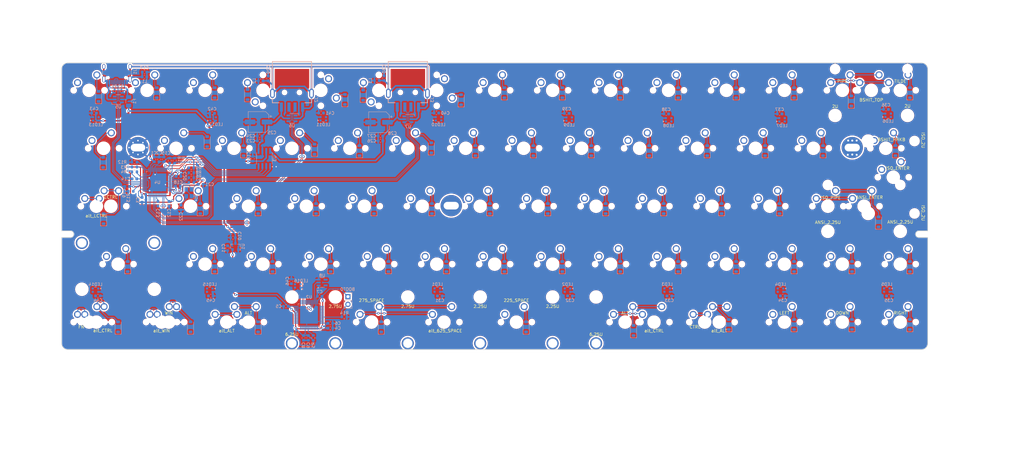
<source format=kicad_pcb>
(kicad_pcb (version 20240108) (generator "pcbnew") (generator_version "8.0")
  (layers (0 "F.Cu" signal) (31 "B.Cu" signal) (34 "B.Paste" user) (35 "F.Paste" user) (36 "B.SilkS" user "B.Silkscreen") (37 "F.SilkS" user "F.Silkscreen") (38 "B.Mask" user) (39 "F.Mask" user) (44 "Edge.Cuts" user))
  (net 0 "")
  (net 1 "VCC")
  (net 2 "GND")
  (net 3 "3V3_OUT")
  (net 4 "1V8_OUT")
  (net 5 "GNDPWR")
  (net 6 "XOUT")
  (net 7 "XIN")
  (net 8 "/PORT1_PWR")
  (net 9 "/PORT2_PWR")
  (net 10 "ROW0")
  (net 11 "Net-(D3-A)")
  (net 12 "Net-(D4-A)")
  (net 13 "Net-(D5-A)")
  (net 14 "Net-(D6-A)")
  (net 15 "Net-(D7-A)")
  (net 16 "Net-(D8-A)")
  (net 17 "Net-(D9-A)")
  (net 18 "Net-(D10-A)")
  (net 19 "Net-(D11-A)")
  (net 20 "Net-(D12-A)")
  (net 21 "Net-(D13-A)")
  (net 22 "Net-(D14-A)")
  (net 23 "Net-(D15-A)")
  (net 24 "Net-(D16-A)")
  (net 25 "ROW2")
  (net 26 "Net-(D17-A)")
  (net 27 "ROW1")
  (net 28 "Net-(D20-A)")
  (net 29 "Net-(D21-A)")
  (net 30 "Net-(D22-A)")
  (net 31 "Net-(D23-A)")
  (net 32 "Net-(D24-A)")
  (net 33 "Net-(D25-A)")
  (net 34 "Net-(D26-A)")
  (net 35 "Net-(D27-A)")
  (net 36 "Net-(D28-A)")
  (net 37 "Net-(D29-A)")
  (net 38 "Net-(D30-A)")
  (net 39 "Net-(D31-A)")
  (net 40 "Net-(D32-A)")
  (net 41 "Net-(D33-A)")
  (net 42 "Net-(D36-A)")
  (net 43 "Net-(D37-A)")
  (net 44 "Net-(D38-A)")
  (net 45 "Net-(D39-A)")
  (net 46 "Net-(D40-A)")
  (net 47 "Net-(D41-A)")
  (net 48 "Net-(D42-A)")
  (net 49 "Net-(D43-A)")
  (net 50 "Net-(D44-A)")
  (net 51 "Net-(D45-A)")
  (net 52 "Net-(D46-A)")
  (net 53 "Net-(D47-A)")
  (net 54 "Net-(D48-A)")
  (net 55 "ROW3")
  (net 56 "Net-(D51-A)")
  (net 57 "Net-(D52-A)")
  (net 58 "Net-(D53-A)")
  (net 59 "Net-(D54-A)")
  (net 60 "Net-(D55-A)")
  (net 61 "Net-(D56-A)")
  (net 62 "Net-(D57-A)")
  (net 63 "Net-(D58-A)")
  (net 64 "Net-(D59-A)")
  (net 65 "Net-(D60-A)")
  (net 66 "Net-(D61-A)")
  (net 67 "Net-(D62-A)")
  (net 68 "Net-(D63-A)")
  (net 69 "Net-(D64-A)")
  (net 70 "ROW4")
  (net 71 "VBUS")
  (net 72 "Net-(J1-CC1)")
  (net 73 "DBUS+")
  (net 74 "DBUS-")
  (net 76 "Net-(J1-CC2)")
  (net 78 "D_USB1-")
  (net 79 "D_USB1+")
  (net 80 "D_USB2-")
  (net 81 "D_USB2+")
  (net 82 "BOOT0")
  (net 83 "COL0")
  (net 84 "COL1")
  (net 85 "COL2")
  (net 86 "COL3")
  (net 87 "COL4")
  (net 88 "COL5")
  (net 89 "COL6")
  (net 90 "COL7")
  (net 91 "COL8")
  (net 92 "COL9")
  (net 93 "COL10")
  (net 94 "COL11")
  (net 95 "COL12")
  (net 96 "COL13")
  (net 97 "/BUS_B")
  (net 98 "/~{XRSTJ}")
  (net 99 "NRST")
  (net 100 "/PWR_B4")
  (net 101 "/PWR_B3")
  (net 102 "/OVC_B4")
  (net 103 "/OVC_B3")
  (net 104 "/OVC_B2")
  (net 105 "/OVC_B1")
  (net 106 "/C13")
  (net 107 "/C14")
  (net 108 "/C15")
  (net 109 "/F0")
  (net 110 "/F1")
  (net 111 "/A0")
  (net 112 "/A1")
  (net 113 "/A2")
  (net 114 "/A3")
  (net 115 "/A4")
  (net 116 "/A5")
  (net 117 "/A6")
  (net 118 "/A7")
  (net 119 "/B0")
  (net 120 "/B1")
  (net 121 "/B2")
  (net 122 "/B10")
  (net 123 "/B11")
  (net 124 "/B12")
  (net 125 "/B13")
  (net 126 "/B14")
  (net 127 "/B15")
  (net 128 "/A8")
  (net 129 "/A9")
  (net 130 "/A10")
  (net 132 "/A14")
  (net 133 "/A15")
  (net 134 "/B3")
  (net 135 "/B4")
  (net 136 "/B5")
  (net 137 "/B6")
  (net 138 "/B7")
  (net 139 "/B8")
  (net 140 "/B9")
  (net 141 "/PWR_B1")
  (net 142 "/PWR_B2")
  (net 145 "Net-(D1-A)")
  (net 146 "Net-(D2-A)")
  (net 147 "Net-(D18-A)")
  (net 148 "Net-(D19-A)")
  (net 149 "Net-(D34-A)")
  (net 150 "Net-(D35-A)")
  (net 151 "Net-(D49-A)")
  (net 152 "Net-(D50-A)")
  (net 153 "Net-(D65-A)")
  (net 154 "Net-(D66-A)")
  (net 155 "Net-(U4-DIS_REG)")
  (net 156 "Net-(U4-REXT)")
  (net 166 "RGB")
  (net 167 "Net-(LED1-DOUT)")
  (net 168 "Net-(LED2-DOUT)")
  (net 169 "Net-(LED3-DOUT)")
  (net 170 "Net-(LED4-DOUT)")
  (net 171 "Net-(LED5-DOUT)")
  (net 172 "Net-(LED6-DOUT)")
  (net 173 "Net-(LED7-DOUT)")
  (net 174 "Net-(LED8-DOUT)")
  (net 175 "Net-(LED10-DIN)")
  (net 176 "Net-(LED10-DOUT)")
  (net 177 "Net-(LED11-DOUT)")
  (net 178 "Net-(LED12-DOUT)")
  (net 179 "Net-(LED13-DOUT)")
  (net 180 "Net-(LED14-DOUT)")
  (net 181 "Net-(LED15-DOUT)")
  (net 183 "RGB_LED")
  (net 184 "STM32_3V3")
  (net 185 "D_STM32-")
  (net 186 "D_STM32+")
  (footprint "PCM_marbastlib-mx:SW_MX_1.5u" (layer "F.Cu") (at 237.410625 182.959375)
    (property "Reference" "MX62" (hide yes))
    (property "Value" "ALT")
  )
  (footprint "PCM_marbastlib-mx:SW_MX_1.25u" (layer "F.Cu") (at 106.441875 182.959375)
    (property "Reference" "MX73" (hide yes))
    (property "Value" "alt_ALT")
  )
  (footprint "PCM_marbastlib-mx:SW_MX_1u" (layer "F.Cu") (at 280.273125 125.809375)
    (property "Reference" "MX27" (hide yes))
    (property "Value" "MX_SW_solder")
  )
  (footprint "PCM_marbastlib-mx:SW_MX_1u" (layer "F.Cu") (at 299.323125 125.809375)
    (property "Reference" "MX28" (hide yes))
    (property "Value" "MX_SW_solder")
  )
  (footprint "PCM_marbastlib-mx:SW_MX_1u" (layer "F.Cu") (at 315.991875 144.859375)
    (property "Reference" "MX42" (hide yes))
    (property "Value" "ANSI_ENTER")
  )
  (footprint "PCM_marbastlib-mx:SW_MX_1u" (layer "F.Cu") (at 308.848125 106.759375)
    (property "Reference" "MX14" (hide yes))
    (property "Value" "PIPE")
  )
  (footprint "PCM_marbastlib-mx:SW_MX_1u" (layer "F.Cu") (at 165.973125 125.809375)
    (property "Reference" "MX21" (hide yes))
    (property "Value" "MX_SW_solder")
  )
  (footprint "PCM_marbastlib-mx:SW_MX_1.25u" (layer "F.Cu") (at 263.604375 182.959375)
    (property "Reference" "MX63" (hide yes))
    (property "Value" "CTRL")
  )
  (footprint "PCM_marbastlib-mx:STAB_MX_P_2.25u" (layer "F.Cu") (at 201.691875 182.959375 180)
    (property "Reference" "S4" (hide yes))
    (property "Value" "2.25U")
  )
  (footprint "PCM_marbastlib-mx:SW_MX_1u" (layer "F.Cu") (at 113.585625 144.859375)
    (property "Reference" "MX32" (hide yes))
    (property "Value" "MX_SW_solder")
  )
  (footprint "PCM_marbastlib-mx:SW_MX_1u" (layer "F.Cu") (at 265.985625 144.859375)
    (property "Reference" "MX40" (hide yes))
    (property "Value" "MX_SW_solder")
  )
  (footprint "PCM_marbastlib-mx:SW_MX_1u" (layer "F.Cu") (at 151.685625 144.859375)
    (property "Reference" "MX34" (hide yes))
    (property "Value" "MX_SW_solder")
  )
  (footprint "PCM_marbastlib-mx:SW_MX_1u" (layer "F.Cu") (at 223.123125 125.809375)
    (property "Reference" "MX24" (hide yes))
    (property "Value" "MX_SW_solder")
  )
  (footprint "PCM_marbastlib-mx:STAB_MX_P_2u" (layer "F.Cu") (at 70.723125 163.909375)
    (property "Reference" "S2" (hide yes))
    (property "Value" "2U")
  )
  (footprint "PCM_marbastlib-mx:SW_MX_1u" (layer "F.Cu") (at 208.835625 144.859375)
    (property "Reference" "MX37" (hide yes))
    (property "Value" "MX_SW_solder")
  )
  (footprint "PCM_marbastlib-mx:STAB_MX_P_2.75u" (layer "F.Cu") (at 154.066875 182.959375 180)
    (property "Reference" "S3" (hide yes))
    (property "Value" "2.75U")
  )
  (footprint "PCM_marbastlib-mx:SW_MX_1.75u" (layer "F.Cu") (at 68.341875 144.859375)
    (property "Reference" "MX30" (hide yes))
    (property "Value" "LCTRL")
  )
  (footprint "PCM_marbastlib-mx:SW_MX_1u" (layer "F.Cu") (at 213.598125 106.759375)
    (property "Reference" "MX9" (hide yes))
    (property "Value" "MX_SW_solder")
  )
  (footprint "PCM_marbastlib-mx:SW_MX_1u" (layer "F.Cu") (at 175.498125 106.759375 -90)
    (property "Reference" "MX7" (hide yes))
    (property "Value" "MX_SW_solder")
  )
  (footprint "PCM_marbastlib-mx:SW_MX_1u" (layer "F.Cu") (at 304.085625 144.859375)
    (property "Reference" "MX70" (hide yes))
    (property "Value" "ISO_PIPE")
  )
  (footprint "PCM_marbastlib-mx:SW_MX_1u" (layer "F.Cu") (at 246.935625 182.959375)
    (property "Reference" "MX76" (hide yes))
    (property "Value" "alt_CTRL")
  )
  (footprint "PCM_marbastlib-mx:SW_MX_1u" (layer "F.Cu") (at 85.010625 182.959375)
    (property "Reference" "MX72" (hide yes))
    (property "Value" "alt_WIN")
  )
  (footprint "PCM_marbastlib-mx:SW_MX_1u" (layer "F.Cu") (at 242.173125 125.809375)
    (property "Reference" "MX25" (hide yes))
    (property "Value" "MX_SW_solder")
  )
  (footprint "PCM_marbastlib-mx:SW_MX_1.25u" (layer "F.Cu") (at 87.391875 182.959375)
    (property "Reference" "MX58" (hide yes))
    (property "Value" "WIN")
  )
  (footprint "PCM_marbastlib-mx:STAB_MX_2u" (layer "F.Cu") (at 318.373125 106.759375)
    (property "Reference" "S7" (hide yes))
    (property "Value" "2U")
  )
  (footprint "PCM_marbastlib-mx:SW_MX_1u" (layer "F.Cu") (at 70.723125 163.909375)
    (property "Reference" "MX43" (hide yes))
    (property "Value" "MX_SW_solder")
  )
  (footprint "PCM_marbastlib-mx:SW_MX_1u" (layer "F.Cu") (at 251.698125 106.759375)
    (property "Reference" "MX11" (hide yes))
    (property "Value" "MX_SW_solder")
  )
  (footprint "PCM_marbastlib-mx:SW_MX_1u" (layer "F.Cu") (at 325.59625 135.334375)
    (property "Reference" "MX69" (hide yes))
    (property "Value" "ISO_ENTER")
  )
  (footprint "PCM_marbastlib-mx:SW_MX_1u" (layer "F.Cu") (at 61.198125 106.759375)
    (property "Reference" "MX1" (hide yes))
    (property "Value" "MX_SW_solder")
  )
  (footprint "PCM_marbastlib-mx:SW_MX_1u" (layer "F.Cu") (at 108.823125 125.809375)
    (property "Reference" "MX18" (hide yes))
    (property "Value" "MX_SW_solder")
  )
  (footprint "PCM_marbastlib-mx:SW_MX_1u" (layer "F.Cu") (at 201.691875 182.959375)
    (property "Reference" "MX61" (hide yes))
    (property "Value" "225_SPACE")
  )
  (footprint "PCM_marbastlib-mx:SW_MX_1u" (layer "F.Cu") (at 327.898125 106.759375)
    (property "Reference" "MX15" (hide yes))
    (property "Value" "TILDE")
  )
  (footprint "PCM_marbastlib-mx:SW_MX_1u" (layer "F.Cu") (at 246.935625 144.859375)
    (property "Reference" "MX39" (hide yes))
    (property "Value" "MX_SW_solder")
  )
  (footprint "PCM_marbastlib-mx:SW_MX_1u" (layer "F.Cu") (at 270.748125 163.909375)
    (property "Reference" "MX53" (hide yes))
    (property "Value" "MX_SW_solder")
  )
  (footprint "PCM_marbastlib-mx:SW_MX_1u" (layer "F.Cu") (at 285.035625 144.859375)
    (property "Reference" "MX41" (hide yes))
    (property "Value" "MX_SW_solder")
  )
  (footprint "PCM_marbastlib-mx:SW_MX_1u" (layer "F.Cu") (at 213.598125 163.909375)
    (property "Reference" "MX50" (hide yes))
    (property "Value" "MX_SW_solder")
  )
  (footprint "PCM_marbastlib-mx:SW_MX_1u" (layer "F.Cu") (at 118.348125 163.909375)
    (property "Reference" "MX45" (hide yes))
    (property "Value" "MX_SW_solder")
  )
  (footprint "PCM_marbastlib-mx:SW_MX_1u" (layer "F.Cu") (at 204.073125 125.809375)
    (property "Reference" "MX23" (hide yes))
    (property "Value" "MX_SW_solder")
  )
  (footprint "PCM_marbastlib-mx:SW_MX_1u" (layer "F.Cu") (at 194.548125 106.759375)
    (property "Reference" "MX8" (hide yes))
    (property "Value" "MX_SW_solder")
  )
  (footprint "PCM_marbastlib-mx:SW_MX_1u" (layer "F.Cu") (at 94.535625 144.859375)
    (property "Reference" "MX31" (hide yes))
    (property "Value" "MX_SW_solder")
  )
  (footprint "PCM_marbastlib-mx:SW_MX_1u" (layer "F.Cu") (at 227.885625 144.859375)
    (property "Reference" "MX38" (hide yes))
    (property "Value" "MX_SW_solder")
  )
  (footprint "PCM_marbastlib-mx:SW_MX_1u" (layer "F.Cu") (at 156.448125 106.759375 90)
    (property "Reference" "MX6" (hide yes))
    (property "Value" "MX_SW_solder")
  )
  (footprint "PCM_marbastlib-mx:SW_MX_1u" (layer "F.Cu") (at 80.248125 106.759375)
    (property "Reference" "MX2" (hide yes))
    (property "Value" "MX_SW_solder")
  )
  (footprint "PCM_marbastlib-mx:SW_MX_1u" (layer "F.Cu") (at 61.198125 182.959375)
    (property "Reference" "MX57" (hide yes))
    (property "Value" "FN")
  )
  (footprint "PCM_marbastlib-mx:SW_MX_1u" (layer "F.Cu") (at 154.066875 182.959375)
    (property "Reference" "MX60" (hide yes))
    (property "Value" "275_SPACE")
  )
  (footprint "PCM_marbastlib-mx:SW_MX_1u" (layer "F.Cu") (at 327.898125 182.959375)
    (property "Reference" "MX66" (hide yes))
    (property "Value" "RIGHT")
  )
  (footprint "PCM_marbastlib-mx:SW_MX_1u" (layer "F.Cu") (at 289.798125 106.759375)
    (property "Reference" "MX13" (hide yes))
    (property "Value" "MX_SW_solder")
  )
  (footprint "PCM_marbastlib-mx:SW_MX_1u" (layer "F.Cu") (at 137.398125 163.909375)
    (property "Reference" "MX46" (hide yes))
    (property "Value" "MX_SW_solder")
  )
  (footprint "PCM_marbastlib-mx:SW_MX_1u" (layer "F.Cu") (at 137.398125 106.759375 -90)
    (property "Reference" "MX5" (hide yes))
    (property "Value" "MX_SW_solder")
  )
  (footprint "PCM_marbastlib-mx:STAB_MX_ISO-ROT" (layer "F.Cu") (at 325.59625 135.334375)
    (property "Reference" "S5" (hide yes))
    (property "Value" "ISO_2U")
  )
  (footprint "PCM_marbastlib-mx:SW_MX_1u" (layer "F.Cu") (at 175.498125 163.909375)
    (property "Reference" "MX48" (hide yes))
    (property "Value" "MX_SW_solder")
  )
  (footprint "PCM_marbastlib-mx:SW_MX_1.5u" (layer "F.Cu") (at 323.135625 125.809375)
    (property "Reference" "MX29" (hide yes))
    (property "Value" "BSHIT_HHKB")
  )
  (footprint "PCM_marbastlib-mx:STAB_MX_P_6.25u" (layer "F.Cu") (at 177.879375 182.959375 180)
    (property "Reference" "S6" (hide yes))
    (property "Value" "6.25U")
  )
  (footprint "PCM_marbastlib-mx:SW_MX_1u" (layer "F.Cu") (at 132.635625 144.859375)
    (property "Reference" "MX33" (hide yes))
    (property "Value" "MX_SW_solder")
  )
  (footprint "PCM_marbastlib-mx:SW_MX_1u" (layer "F.Cu") (at 118.348125 106.759375 90)
    (property "Reference" "MX4" (hide yes))
    (property "Value" "MX_SW_solder")
  )
  (footprint "PCM_marbastlib-mx:SW_MX_1u" (layer "F.Cu") (at 232.648125 106.759375)
    (property "Reference" "MX10" (hide yes))
    (property "Value" "MX_SW_solder")
  )
  (footprint "PCM_marbastlib-mx:SW_MX_1.25u" (layer "F.Cu") (at 268.366875 182.959375)
    (property "Reference" "MX75" (hide yes))
    (property "Value" "alt_ALT")
  )
  (footprint "PCM_marbastlib-mx:SW_MX_1u" (layer "F.Cu") (at 156.448125 163.909375)
    (property "Reference" "MX47" (hide yes))
    (property "Value" "MX_SW_solder")
  )
  (footprint "PCM_marbastlib-mx:SW_MX_1u" (layer "F.Cu") (at 251.698125 163.909375)
    (property "Reference" "MX52" (hide yes))
    (property "Value" "MX_SW_solder")
  )
  (footprint "PCM_marbastlib-mx:SW_MX_1u" (layer "F.Cu") (at 289.798125 163.909375)
    (property "Reference" "MX54" (hide yes))
    (property "Value" "MX_SW_solder")
  )
  (footprint "PCM_marbastlib-mx:SW_MX_1.75u_STP_1.25" (layer "F.Cu") (at 63.579375 144.859375)
    (property "Reference" "MX68" (hide yes))
    (property "Value" "alt_LCTRL")
  )
  (footprint "PCM_marbastlib-mx:SW_MX_1u" (layer "F.Cu") (at 146.923125 125.809375)
    (property "Reference" "MX20" (hide yes))
    (property "Value" "MX_SW_solder")
  )
  (footprint "PCM_marbastlib-mx:SW_MX_1u" (layer "F.Cu") (at 261.223125 125.809375)
    (property "Reference" "MX26" (hide yes))
    (property "Value" "MX_SW_solder")
  )
  (footprint "PCM_marbastlib-mx:SW_MX_1u" (layer "F.Cu") (at 308.848125 163.909375)
    (property "Reference" "MX55" (hide yes))
    (property "Value" "MX_SW_solder")
  )
  (footprint "PCM_marbastlib-mx:SW_MX_1u" (layer "F.Cu") (at 189.785625 144.859375)
    (property "Reference" "MX36" (hide yes))
    (property "Value" "MX_SW_solder")
  )
  (footprint "PCM_marbastlib-mx:SW_MX_1.5u" (layer "F.Cu") (at 65.960625 125.809375)
    (property "Reference" "MX16" (hide yes))
    (property "Value" "MX_SW_solder")
  )
  (footprint "GH60_outline_without_bottom_mounting:GH60_outline_without_bottom_mounting" (layer "F.Cu") (at 52.198125 97.759375)
    (property "Reference" "H1" (hide yes))
    (property "Value" "PCB Outline")
    (fp_line (start 0 2) (end 0 55.199989) (stroke (width 0.2)) (layer "Edge.Cuts"))
    (fp_line (start 0 55.199989) (end 2.892997 55.199989) (stroke (width 0.2)) (layer "Edge.Cuts"))
    (fp_line (start 0 57.399993) (end 0 92.199993) (stroke (width 0.2)) (layer "Edge.Cuts"))
    (fp_line (start 2 94.199993) (end 282.700004 94.199993) (stroke (width 0.2)) (layer "Edge.Cuts"))
    (fp_line (start 2.892997 57.399993) (end 0 57.399993) (stroke (width 0.2)) (layer "Edge.Cuts"))
    (fp_line (start 281.806999 55.199989) (end 284.700004 55.199989) (stroke (width 0.2)) (layer "Edge.Cuts"))
    (fp_line (start 282.700004 0) (end 2 0) (stroke (width 0.2)) (layer "Edge.Cuts"))
    (fp_line (start 284.700004 55.199989) (end 284.700004 2) (stroke (width 0.2)) (layer "Edge.Cuts"))
    (fp_line (start 284.700004 57.399993) (end 281.806999 57.399993) (stroke (width 0.2)) (layer "Edge.Cuts"))
    (fp_line (start 284.700004 92.199993) (end 284.700004 57.399993) (stroke (width 0.2)) (layer "Edge.Cuts"))
    (fp_arc (start 0 2) (mid 0.585998 0.585998) (end 2 0) (stroke (width 0.2)) (layer "Edge.Cuts"))
    (fp_arc (start 2 94.199993) (mid 0.585999 93.613993) (end 0 92.199993) (stroke (width 0.2)) (layer "Edge.Cuts"))
    (fp_arc (start 2.892997 55.199989) (mid 3.993001 56.29999) (end 2.892997 57.399993) (stroke (width 0.2)) (layer "Edge.Cuts"))
    (fp_arc (start 281.806999 57.399993) (mid 280.707007 56.3) (end 281.806999 55.199989) (stroke (width 0.2)) (layer "Edge.Cuts"))
    (fp_arc (start 282.700004 0) (mid 284.11401 0.585993) (end 284.700004 2) (stroke (width 0.2)) (layer "Edge.Cuts"))
    (fp_arc (start 284.700004 92.199993) (mid 284.114015 93.614008) (end 282.700004 94.199993) (stroke (width 0.2)) (layer "Edge.Cuts"))
  )
  (footprint "PCM_marbastlib-mx:SW_MX_1u" (layer "F.Cu") (at 232.648125 163.909375)
    (property "Reference" "MX51" (hide yes))
    (property "Value" "MX_SW_solder")
  )
  (footprint "PCM_marbastlib-mx:SW_MX_1u" (layer "F.Cu") (at 170.735625 144.859375)
    (property "Reference" "MX35" (hide yes))
    (property "Value" "MX_SW_solder")
  )
  (footprint "PCM_marbastlib-mx:SW_MX_1u" (layer "F.Cu") (at 177.879375 182.959375)
    (property "Reference" "MX74" (hide yes))
    (property "Value" "alt_625_SPACE")
  )
  (footprint "PCM_marbastlib-mx:SW_MX_1u" (layer "F.Cu") (at 289.798125 182.959375)
    (property "Reference" "MX64" (hide yes))
    (property "Value" "LEFT")
  )
  (footprint "PCM_marbastlib-mx:SW_MX_1u" (layer "F.Cu") (at 89.773125 125.809375)
    (property "Reference" "MX17" (hide yes))
    (property "Value" "MX_SW_solder")
  )
  (footprint "PCM_marbastlib-mx:SW_MX_1.5u" (layer "F.Cu") (at 113.585625 182.959375)
    (property "Reference" "MX59" (hide yes))
    (property "Value" "ALT")
  )
  (footprint "PCM_marbastlib-mx:SW_MX_1u" (layer "F.Cu") (at 194.548125 163.909375)
    (property "Reference" "MX49" (hide yes))
    (property "Value" "MX_SW_solder")
  )
  (footprint "PCM_marbastlib-mx:SW_MX_1u" (layer "F.Cu") (at 327.898125 163.909375)
    (property "Reference" "MX56" (hide yes))
    (property "Value" "MX_SW_solder")
  )
  (footprint "PCM_marbastlib-mx:SW_MX_1u" (layer "F.Cu") (at 185.023125 125.809375)
    (property "Reference" "MX22" (hide yes))
    (property "Value" "MX_SW_solder")
  )
  (footprint "PCM_marbastlib-mx:SW_MX_1u" (layer "F.Cu") (at 270.748125 106.759375)
    (property "Reference" "MX12" (hide yes))
    (property "Value" "MX_SW_solder")
  )
  (footprint "PCM_marbastlib-mx:SW_MX_1.25u" (layer "F.Cu") (at 63.579375 182.959375)
    (property "Reference" "MX71" (hide yes))
    (property "Value" "alt_CTRL")
  )
  (footprint "PCM_marbastlib-mx:SW_MX_1u" (layer "F.Cu") (at 318.373125 106.759375)
    (property "Reference" "MX67" (hide yes))
    (property "Value" "BSHIT_TOP")
  )
  (footprint "PCM_marbastlib-mx:STAB_MX_2.25u" (layer "F.Cu") (at 315.991875 144.859375)
    (property "Reference" "S1" (hide yes))
    (property "Value" "ANSI_2.25U")
  )
  (footprint "PCM_marbastlib-mx:SW_MX_1u" (layer "F.Cu") (at 99.298125 163.909375)
    (property "Reference" "MX44" (hide yes))
    (property "Value" "MX_SW_solder")
  )
  (footprint "PCM_marbastlib-mx:SW_MX_1u" (layer "F.Cu") (at 308.848125 182.959375)
    (property "Reference" "MX65" (hide yes))
    (property "Value" "DOWN")
  )
  (footprint "PCM_marbastlib-mx:SW_MX_1u" (layer "F.Cu") (at 127.873125 125.809375)
    (property "Reference" "MX19" (hide yes))
    (property "Value" "MX_SW_solder")
  )
  (footprint "PCM_marbastlib-mx:SW_MX_1u" (layer "F.Cu") (at 99.298125 106.759375)
    (property "Reference" "MX3" (hide yes))
    (property "Value" "MX_SW_solder")
  )
  (footprint "PCM_marbastlib-various:LED_WS2812_2020" (layer "B.Cu") (at 175.683752 172.434375 180)
    (property "Reference" "LED1")
    (property "Value" "WS2812_2020")
  )
  (footprint "cipulot_parts:Crystal_SMD_3225-4pin_3.2x2.5mm" (layer "B.Cu") (at 93.998125 140.459375 -90)
    (property "Reference" "Y1")
    (property "Value" "12MHz")
  )
  (footprint "D_SOD-123_no_ref:D_SOD-123" (layer "B.Cu") (at 312.023125 183.753375 90)
    (property "Reference" "D65" (hide yes))
    (property "Value" "D_Small")
  )
  (footprint "D_SOD-123_no_ref:D_SOD-123" (layer "B.Cu") (at 73.898125 164.703375 90)
    (property "Reference" "D43" (hide yes))
    (property "Value" "D_Small")
  )
  (footprint "Inductor_SMD:L_0603_1608Metric" (layer "B.Cu") (at 117.610624 103.659375 180)
    (property "Reference" "L2")
    (property "Value" "220V @ 100MHz, 2A")
  )
  (footprint "Capacitor_SMD:C_0603_1608Metric" (layer "B.Cu") (at 62.823086 114.236539 180)
    (property "Reference" "C43")
    (property "Value" "100nF")
  )
  (footprint "Capacitor_SMD:C_0603_1608Metric" (layer "B.Cu") (at 83.798125 144.059375 -90)
    (property "Reference" "C13")
    (property "Value" "100nF")
  )
  (footprint "D_SOD-123_no_ref:D_SOD-123" (layer "B.Cu") (at 65.798125 130.459375 90)
    (property "Reference" "D16" (hide yes))
    (property "Value" "D_Small")
  )
  (footprint "Capacitor_SMD:C_0603_1608Metric" (layer "B.Cu") (at 117.298125 123.359375 180)
    (property "Reference" "C23")
    (property "Value" "100nF")
  )
  (footprint "Capacitor_SMD:C_0603_1608Metric" (layer "B.Cu") (at 106.698125 158.659375 -90)
    (property "Reference" "C11")
    (property "Value" "1uF")
  )
  (footprint "Capacitor_SMD:C_0603_1608Metric" (layer "B.Cu") (at 324.162179 174.384375)
    (property "Reference" "C35")
    (property "Value" "100nF")
  )
  (footprint "D_SOD-123_no_ref:D_SOD-123" (layer "B.Cu") (at 312.023125 164.703375 90)
    (property "Reference" "D55" (hide yes))
    (property "Value" "D_Small")
  )
  (footprint "D_SOD-123_no_ref:D_SOD-123" (layer "B.Cu") (at 207.248125 126.603375 90)
    (property "Reference" "D23" (hide yes))
    (property "Value" "D_Small")
  )
  (footprint "Capacitor_SMD:C_0603_1608Metric" (layer "B.Cu") (at 140.498125 183.359375)
    (property "Reference" "C6")
    (property "Value" "100nF")
  )
  (footprint "PCM_marbastlib-various:SOT-23-6-routable" (layer "B.Cu") (at 127.898125 115.976875 180)
    (property "Reference" "U6")
    (property "Value" "SRV05-4")
  )
  (footprint "Capacitor_SMD:C_0603_1608Metric" (layer "B.Cu") (at 84.198125 129.459375 90)
    (property "Reference" "C2")
    (property "Value" "10uF")
  )
  (footprint "D_SOD-123_no_ref:D_SOD-123" (layer "B.Cu") (at 151.28875 108.346875 90)
    (property "Reference" "D6" (hide yes))
    (property "Value" "D_Small")
  )
  (footprint "Capacitor_SMD:C_0603_1608Metric" (layer "B.Cu") (at 136.998125 174.459375 180)
    (property "Reference" "C7")
    (property "Value" "100nF")
  )
  (footprint "Resistor_SMD:R_0402_1005Metric" (layer "B.Cu") (at 71.798125 107.059375 -90)
    (property "Reference" "R2")
    (property "Value" "5.1kR")
  )
  (footprint "D_SOD-123_no_ref:D_SOD-123" (layer "B.Cu") (at 121.523125 164.703375 90)
    (property "Reference" "D45" (hide yes))
    (property "Value" "D_Small")
  )
  (footprint "Capacitor_SMD:C_0603_1608Metric" (layer "B.Cu") (at 323.207806 113.020001 180)
    (property "Reference" "C36")
    (property "Value" "100nF")
  )
  (footprint "D_SOD-123_no_ref:D_SOD-123" (layer "B.Cu") (at 288.210625 145.653375 90)
    (property "Reference" "D41" (hide yes))
    (property "Value" "D_Small")
  )
  (footprint "D_SOD-123_no_ref:D_SOD-123" (layer "B.Cu") (at 159.623125 164.703375 90)
    (property "Reference" "D47" (hide yes))
    (property "Value" "D_Small")
  )
  (footprint "Capacitor_SMD:C_0603_1608Metric" (layer "B.Cu") (at 85.798125 129.459375 90)
    (property "Reference" "C15")
    (property "Value" "100nF")
  )
  (footprint "D_SOD-123_no_ref:D_SOD-123" (layer "B.Cu") (at 157.241875 184.546875 90)
    (property "Reference" "D60" (hide yes))
    (property "Value" "D_Small")
  )
  (footprint "Capacitor_SMD:C_0603_1608Metric" (layer "B.Cu") (at 101.198125 174.359375)
    (property "Reference" "C45")
    (property "Value" "100nF")
  )
  (footprint "D_SOD-123_no_ref:D_SOD-123" (layer "B.Cu") (at 116.760625 145.653375 90)
    (property "Reference" "D32" (hide yes))
    (property "Value" "D_Small")
  )
  (footprint "Fuse:Fuse_1206_3216Metric" (layer "B.Cu") (at 74.198125 110.359375 -90)
    (property "Reference" "F1")
    (property "Value" "500mA")
  )
  (footprint "D_SOD-123_no_ref:D_SOD-123" (layer "B.Cu") (at 197.723125 164.703375 90)
    (property "Reference" "D49" (hide yes))
    (property "Value" "D_Small")
  )
  (footprint "D_SOD-123_no_ref:D_SOD-123" (layer "B.Cu") (at 292.973125 107.553375 90)
    (property "Reference" "D13" (hide yes))
    (property "Value" "D_Small")
  )
  (footprint "D_SOD-123_no_ref:D_SOD-123" (layer "B.Cu") (at 140.573125 164.703375 90)
    (property "Reference" "D46" (hide yes))
    (property "Value" "D_Small")
  )
  (footprint "Package_TO_SOT_SMD:SOT-23-5" (layer "B.Cu") (at 137.798125 169.959375)
    (property "Reference" "U8")
    (property "Value" "74AHCT1G125")
  )
  (footprint "D_SOD-123_no_ref:D_SOD-123" (layer "B.Cu") (at 216.773125 164.703375 90)
    (property "Reference" "D50" (hide yes))
    (property "Value" "D_Small")
  )
  (footprint "PCM_marbastlib-various:LED_WS2812_2020" (layer "B.Cu") (at 251.260344 172.431875 180)
    (property "Reference" "LED3")
    (property "Value" "WS2812_2020")
  )
  (footprint "D_SOD-123_no_ref:D_SOD-123" (layer "B.Cu") (at 178.673125 164.703375 90)
    (property "Reference" "D48" (hide yes))
    (property "Value" "D_Small")
  )
  (footprint "D_SOD-123_no_ref:D_SOD-123" (layer "B.Cu") (at 145.298125 109.759375 90)
    (property "Reference" "D5" (hide yes))
    (property "Value" "D_Small")
  )
  (footprint "PCM_marbastlib-various:LED_WS2812_2020" (layer "B.Cu") (at 219.028751 116.22)
    (property "Reference" "LED9")
    (property "Value" "WS2812_2020")
  )
  (footprint "D_SOD-123_no_ref:D_SOD-123" (layer "B.Cu") (at 331.073125 107.553375 90)
    (property "Reference" "D15" (hide yes))
    (property "Value" "D_Small")
  )
  (footprint "PCM_marbastlib-various:LED_WS2812_2020" (layer "B.Cu") (at 288.526421 172.459375 180)
    (property "Reference" "LED4")
    (property "Value" "WS2812_2020")
  )
  (footprint "D_SOD-123_no_ref:D_SOD-123" (layer "B.Cu") (at 245.348125 126.603375 90)
    (property "Reference" "D25" (hide yes))
    (property "Value" "D_Small")
  )
  (footprint "Resistor_SMD:R_0603_1608Metric" (layer "B.Cu") (at 94.798125 132.259375 180)
    (property "Reference" "R7")
    (property "Value" "10kR")
  )
  (footprint "PCM_marbastlib-various:LED_WS2812_2020" (layer "B.Cu") (at 251.734416 116.445001)
    (property "Reference" "LED8")
    (property "Value" "WS2812_2020")
  )
  (footprint "Capacitor_SMD:CP_Elec_6.3x5.9" (layer "B.Cu") (at 156.498125 117.259375 180)
    (property "Reference" "C28")
    (property "Value" "100uF")
  )
  (footprint "Capacitor_SMD:C_0603_1608Metric" (layer "B.Cu") (at 250.949416 114.495001 180)
    (property "Reference" "C38")
    (property "Value" "100nF")
  )
  (footprint "D_SOD-123_no_ref:D_SOD-123" (layer "B.Cu") (at 173.698125 125.659375 90)
    (property "Reference" "D21" (hide yes))
    (property "Value" "D_Small")
  )
  (footprint "D_SOD-123_no_ref:D_SOD-123" (layer "B.Cu") (at 83.423125 107.553375 90)
    (property "Reference" "D2" (hide yes))
    (property "Value" "D_Small")
  )
  (footprint "D_SOD-123_no_ref:D_SOD-123" (layer "B.Cu") (at 188.198125 126.603375 90)
    (property "Reference" "D22" (hide yes))
    (property "Value" "D_Small")
  )
  (footprint "Capacitor_SMD:C_0603_1608Metric" (layer "B.Cu") (at 90.398125 138.259375)
    (property "Reference" "C18")
    (property "Value" "100nF")
  )
  (footprint "D_SOD-123_no_ref:D_SOD-123" (layer "B.Cu") (at 204.866875 184.546875 90)
    (property "Reference" "D61" (hide yes))
    (property "Value" "D_Small")
  )
  (footprint "PCM_marbastlib-various:USB_C_Receptacle_HRO_TYPE-C-31-M-12" (layer "B.Cu") (at 70.348125 99.999375)
    (property "Reference" "J1")
    (property "Value" "USB_C_Receptacle_USB2.0_16P")
  )
  (footprint "Capacitor_SMD:C_0603_1608Metric" (layer "B.Cu") (at 79.423125 100.759375)
    (property "Reference" "C17")
    (property "Value" "100nF")
  )
  (footprint "Capacitor_SMD:C_0603_1608Metric" (layer "B.Cu") (at 73.698125 138.359375 180)
    (property "Reference" "C19")
    (property "Value" "100nF")
  )
  (footprint "cipulot_parts:SOT-23" (layer "B.Cu") (at 109.298125 158.096875 90)
    (property "Reference" "U1")
    (property "Value" "XC6206PxxxMR")
  )
  (footprint "Resistor_SMD:R_0603_1608Metric" (layer "B.Cu") (at 145.098125 181.259375)
    (property "Reference" "R14")
    (property "Value" "10kR")
  )
  (footprint "D_SOD-123_no_ref:D_SOD-123" (layer "B.Cu") (at 235.823125 107.553375 90)
    (property "Reference" "D10" (hide yes))
    (property "Value" "D_Small")
  )
  (footprint "D_SOD-123_no_ref:D_SOD-123" (layer "B.Cu") (at 97.710625 145.653375 90)
    (property "Reference" "D31" (hide yes))
    (property "Value" "D_Small")
  )
  (footprint "D_SOD-123_no_ref:D_SOD-123" (layer "B.Cu") (at 231.060625 145.653375 90)
    (property "Reference" "D38" (hide yes))
    (property "Value" "D_Small")
  )
  (footprint "PCM_marbastlib-various:LED_WS2812_2020" (layer "B.Cu") (at 176.073257 116.115827)
    (property "Reference" "LED10")
    (property "Value" "WS2812_2020")
  )
  (footprint "D_SOD-123_no_ref:D_SOD-123" (layer "B.Cu") (at 70.723125 184.546875 90)
    (property "Reference" "D57" (hide yes))
    (property "Value" "D_Small")
  )
  (footprint "Capacitor_SMD:C_0603_1608Metric" (layer "B.Cu") (at 131.698125 188.159375 -90)
    (property "Reference" "C8")
    (property "Value" "100nF")
  )
  (footprint "Capacitor_SMD:C_0603_1608Metric" (layer "B.Cu") (at 158.198125 102.759375 90)
    (property "Reference" "C30")
    (property "Value" "100nF")
  )
  (footprint "D_SOD-123_no_ref:D_SOD-123" (layer "B.Cu") (at 254.873125 164.703375 90)
    (property "Reference" "D52" (hide yes))
    (property "Value" "D_Small")
  )
  (footprint "Resistor_SMD:R_0603_1608Metric" (layer "B.Cu") (at 94.798125 135.459375 180)
    (property "Reference" "R8")
    (property "Value" "10kR")
  )
  (footprint "Resistor_SMD:R_0603_1608Metric" (layer "B.Cu") (at 134.898125 188.159375 90)
    (property "Reference" "R5")
    (property "Value" "10kR")
  )
  (footprint "D_SOD-123_no_ref:D_SOD-123" (layer "B.Cu") (at 264.398125 126.603375 90)
    (property "Reference" "D26" (hide yes))
    (property "Value" "D_Small")
  )
  (footprint "D_SOD-123_no_ref:D_SOD-123" (layer "B.Cu") (at 94.535625 184.546875 90)
    (property "Reference" "D58" (hide yes))
    (property "Value" "D_Small")
  )
  (footprint "PCM_marbastlib-various:LED_WS2812_2020" (layer "B.Cu") (at 63.423087 116.136538)
    (property "Reference" "LED13")
    (property "Value" "WS2812_2020")
  )
  (footprint "Resistor_SMD:R_0603_1608Metric" (layer "B.Cu") (at 76.098125 133.559375)
    (property "Reference" "R4")
    (property "Value" "10kR")
  )
  (footprint "PCM_marbastlib-various:LED_WS2812_2020" (layer "B.Cu") (at 129.798125 171.059375 180)
    (property "Reference" "LED16")
    (property "Value" "WS2812_2020")
  )
  (footprint "D_SOD-123_no_ref:D_SOD-123" (layer "B.Cu") (at 65.948125 148.959375 90)
    (property "Reference" "D30" (hide yes))
    (property "Value" "D_Small")
  )
  (footprint "Capacitor_SMD:C_0603_1608Metric" (layer "B.Cu") (at 76.098125 135.859375 180)
    (property "Reference" "C14")
    (property "Value" "100nF")
  )
  (footprint "PCM_marbastlib-various:SOT-23-6-routable" (layer "B.Cu") (at 70.798125 109.759375)
    (property "Reference" "U5")
    (property "Value" "SRV05-4")
  )
  (footprint "D_SOD-123_no_ref:D_SOD-123" (layer "B.Cu") (at 331.073125 164.703375 90)
    (property "Reference" "D56" (hide yes))
    (property "Value" "D_Small")
  )
  (footprint "D_SOD-123_no_ref:D_SOD-123" (layer "B.Cu") (at 135.810625 145.653375 90)
    (property "Reference" "D33" (hide yes))
    (property "Value" "D_Small")
  )
  (footprint "D_SOD-123_no_ref:D_SOD-123" (layer "B.Cu") (at 135.298125 126.109375 90)
    (property "Reference" "D19" (hide yes))
    (property "Value" "D_Small")
  )
  (footprint "D_SOD-123_no_ref:D_SOD-123" (layer "B.Cu") (at 269.160625 145.653375 90)
    (property "Reference" "D40" (hide yes))
    (property "Value" "D_Small")
  )
  (footprint "Capacitor_SMD:C_0603_1608Metric" (layer "B.Cu") (at 137.461901 114.21149 180)
    (property "Reference" "C41")
    (property "Value" "100nF")
  )
  (footprint "D_SOD-123_no_ref:D_SOD-123" (layer "B.Cu") (at 226.298125 126.603375 90)
    (property "Reference" "D24" (hide yes))
    (property "Value" "D_Small")
  )
  (footprint "D_SOD-123_no_ref:D_SOD-123" (layer "B.Cu") (at 64.298125 108.759375 90)
    (property "Reference" "D1" (hide yes))
    (property "Value" "D_Small")
  )
  (footprint "D_SOD-123_no_ref:D_SOD-123" (layer "B.Cu") (at 102.473125 164.703375 90)
    (property "Reference" "D44" (hide yes))
    (property "Value" "D_Small")
  )
  (footprint "Capacitor_SMD:C_0603_1608Metric" (layer "B.Cu") (at 101.638301 114.319331 180)
    (property "Reference" "C42")
    (property "Value" "100nF")
  )
  (footprint "Capacitor_SMD:C_0603_1608Metric" (layer "B.Cu") (at 108.498125 155.196875 180)
    (property "Reference" "C10")
    (property "Value" "1uF")
  )
  (footprint "Capacitor_SMD:C_0603_1608Metric" (layer "B.Cu") (at 87.498125 144.059375 -90)
    (property "Reference" "C12")
    (property "Value" "100nF")
  )
  (footprint "D_SOD-123_no_ref:D_SOD-123" (layer "B.Cu") (at 283.448125 126.603375 90)
    (property "Reference" "D27" (hide yes))
    (property "Value" "D_Small")
  )
  (footprint "D_SOD-123_no_ref:D_SOD-123" (layer "B.Cu") (at 192.960625 145.653375 90)
    (property "Reference" "D36" (hide yes))
    (property "Value" "D_Small")
  )
  (footprint "Capacitor_SMD:C_0603_1608Metric" (layer "B.Cu") (at 78.598125 142.759375 -90)
    (property "Reference" "C3")
    (property "Value" "10uF")
  )
  (footprint "Capacitor_SMD:C_0603_1608Metric" (layer "B.Cu") (at 64.096552 174.359375)
    (property "Reference" "C44")
    (property "Value" "100nF")
  )
  (footprint "Package_QFP:LQFP-48_7x7mm_P0.5mm" (layer "B.Cu") (at 133.498125 180.559375 90)
    (property "Reference" "U2")
    (property "Value" "STM32F072C8T6")
  )
  (footprint "Capacitor_SMD:C_0603_1608Metric" (layer "B.Cu") (at 117.273125 121.759375 180)
    (property "Reference" "C24")
    (property "Value" "10uF")
  )
  (footprint "D_SOD-123_no_ref:D_SOD-123" (layer "B.Cu") (at 292.973125 164.703375 90)
    (property "Reference" "D54" (hide yes))
    (property "Value" "D_Small")
  )
  (footprint "Capacitor_SMD:C_0603_1608Metric" (layer "B.Cu") (at 156.998125 123.359375 180)
    (property "Reference" "C26")
    (property "Value" "100nF")
  )
  (footprint "D_SOD-123_no_ref:D_SOD-123" (layer "B.Cu") (at 154.860625 145.653375 90)
    (property "Reference" "D34" (hide yes))
    (property "Value" "D_Small")
  )
  (footprint "Inductor_SMD:L_0603_1608Metric" (layer "B.Cu") (at 79.398125 102.359375)
    (property "Reference" "L1")
    (property "Value" "220V @ 100MHz, 2A")
  )
  (footprint "PCM_marbastlib-various:LED_WS2812_2020" (layer "B.Cu") (at 323.477179 172.434375 180)
    (property "Reference" "LED5")
    (property "Value" "WS2812_2020")
  )
  (footprint "D_SOD-123_no_ref:D_SOD-123" (layer "B.Cu") (at 150.098125 126.603375 90)
    (property "Reference" "D20" (hide yes))
    (property "Value" "D_Small")
  )
  (footprint "D_SOD-123_no_ref:D_SOD-123" (layer "B.Cu") (at 102.473125 107.553375 90)
    (property "Reference" "D3" (hide yes))
    (property "Value" "D_Small")
  )
  (footprint "Capacitor_SMD:CP_Elec_6.3x5.9" (layer "B.Cu") (at 116.898125 117.159375 180)
    (property "Reference" "C25")
    (property "Value" "100uF")
  )
  (footprint "D_SOD-123_no_ref:D_SOD-123" (layer "B.Cu") (at 292.973125 183.753375 90)
    (property "Reference" "D64" (hide yes))
    (property "Value" "D_Small")
  )
  (footprint "Capacitor_SMD:C_0603_1608Metric" (layer "B.Cu") (at 289.251421 174.359375)
    (property "Reference" "C34")
    (property "Value" "100nF")
  )
  (footprint "D_SOD-123_no_ref:D_SOD-123" (layer "B.Cu") (at 273.923125 164.703375 90)
    (property "Reference" "D53" (hide yes))
    (property "Value" "D_Small")
  )
  (footprint "PCM_marbastlib-various:LED_WS2812_2020" (layer "B.Cu") (at 289.012047 116.445001)
    (property "Reference" "LED7")
    (property "Value" "WS2812_2020")
  )
  (footprint "Capacitor_SMD:C_0603_1608Metric" (layer "B.Cu") (at 219.298125 174.359375)
    (property "Reference" "C32")
    (property "Value" "100nF")
  )
  (footprint "PCM_marbastlib-various:SOT-23-6-routable" (layer "B.Cu") (at 165.998125 116.259375 180)
    (property "Reference" "U7")
    (property "Value" "SRV05-4")
  )
  (footprint "Inductor_SMD:L_0603_1608Metric" (layer "B.Cu") (at 155.798125 103.559375 180)
    (property "Reference" "L3")
    (property "Value" "220V @ 100MHz, 2A")
  )
  (footprint "D_SOD-123_no_ref:D_SOD-123" (layer "B.Cu") (at 99.998125 123.609375 90)
    (property "Reference" "D17" (hide yes))
    (property "Value" "D_Small")
  )
  (footprint "D_SOD-123_no_ref:D_SOD-123" (layer "B.Cu") (at 311.798125 110.259375 90)
    (property "Reference" "D14" (hide yes))
    (property "Value" "D_Small")
  )
  (footprint "Capacitor_SMD:C_0603_1608Metric" (layer "B.Cu") (at 97.898125 137.659375)
    (property "Reference" "C21")
    (property "Value" "30pF")
  )
  (footprint "PCM_marbastlib-various:LED_WS2812_2020" (layer "B.Cu") (at 218.498125 172.459375 180)
    (property "Reference" "LED2")
    (property "Value" "WS2812_2020")
  )
  (footprint "Capacitor_SMD:C_0603_1608Metric" (layer "B.Cu") (at 133.298125 188.159375 -90)
    (property "Reference" "C9")
    (property "Value" "1uF")
  )
  (footprint "Capacitor_SMD:C_0603_1608Metric" (layer "B.Cu") (at 114.998125 129.259375 90)
    (property "Reference" "C16")
    (property "Value" "100nF")
  )
  (footprint "D_SOD-123_no_ref:D_SOD-123" (layer "B.Cu") (at 302.498125 126.603375 90)
    (property "Reference" "D28" (hide yes))
    (property "Value" "D_Small")
  )
  (footprint "PCM_marbastlib-various:LED_WS2812_2020" (layer "B.Cu") (at 138.182846 116.11149)
    (property "Reference" "LED11")
    (property "Value" "WS2812_2020")
  )
  (footprint "PCM_marbastlib-various:LED_WS2812_2020" (layer "B.Cu") (at 101.959248 116.169333)
    (property "Reference" "LED12")
    (property "Value" "WS2812_2020")
  )
  (footprint "Capacitor_SMD:C_0603_1608Metric" (layer "B.Cu") (at 176.498754 174.384375)
    (property "Reference" "C31")
    (property "Value" "100nF")
  )
  (footprint "Resistor_SMD:R_0603_1608Metric" (layer "B.Cu") (at 74.898125 139.959375 180)
    (property "Reference" "R13")
    (property "Value" "2.7kR")
  )
  (footprint "D_SOD-123_no_ref:D_SOD-123" (layer "B.Cu") (at 240.18875 185.7375 90)
    (property "Reference" "D62" (hide yes))
    (property "Value" "D_Small")
  )
  (footprint "Capacitor_SMD:C_0603_1608Metric" (layer "B.Cu") (at 288.227047 114.495001 180)
    (property "Reference" "C37")
    (property "Value" "100nF")
  )
  (footprint "D_SOD-123_no_ref:D_SOD-123" (layer "B.Cu") (at 331.073125 183.753375 90)
    (property "Reference" "D66" (hide yes))
    (property "Value" "D_Small")
  )
  (footprint "Package_SO:SOIC-8_3.9x4.9mm_P1.27mm" (layer "B.Cu") (at 118.798125 129.159375 90)
    (property "Reference" "U3")
    (property "Value" "MIC2026-2BN")
  )
  (footprint "Capacitor_SMD:C_0603_1608Metric" (layer "B.Cu") (at 125.898125 177.759375 180)
    (property "Reference" "C5")
    (property "Value" "100nF")
  )
  (footprint "PCM_marbastlib-various:LED_WS2812_2020" (layer "B.Cu") (at 100.877179 172.459375 180)
    (property "Reference" "LED15")
    (property "Value" "WS2812_2020")
  )
  (footprint "Capacitor_SMD:C_0603_1608Metric" (layer "B.Cu") (at 90.598125 135.059375)
    (property "Reference" "C20")
    (property "Value" "100nF")
  )
  (footprint "D_SOD-123_no_ref:D_SOD-123" (layer "B.Cu") (at 216.773125 107.553375 90)
    (property "Reference" "D9" (hide yes))
    (property "Value" "D_Small")
  )
  (footprint "PCM_marbastlib-various:LED_WS2812_2020" (layer "B.Cu") (at 323.892806 114.970001)
    (property "Reference" "LED6")
    (property "Value" "WS2812_2020")
  )
  (footprint "D_SOD-123_no_ref:D_SOD-123" (layer "B.Cu") (at 320.754375 150.01875 90)
    (property "Reference" "D42" (hide yes))
    (property "Value" "D_Small")
  )
  (footprint "Resistor_SMD:R_0603_1608Metric" (layer "B.Cu") (at 76.098125 130.359375 180)
    (property "Reference" "R12")
    (property "Value" "10kR")
  )
  (footprint "PCM_marbastlib-various:LED_WS2812_2020" (layer "B.Cu") (at 63.300606 172.459375 180)
    (property "Reference" "LED14")
    (property "Value" "WS2812_2020")
  )
  (footprint "Capacitor_SMD:C_0603_1608Metric" (layer "B.Cu") (at 175.373258 114.215828 180)
    (property "Reference" "C40")
    (property "Value" "100nF")
  )
  (footprint "cipulot_parts:USB-SMT-04F-S1-B1-R9A" (layer "B.Cu") (at 127.898125 104.076875 90)
    (property "Reference" "J2")
    (property "Value" "USB_A")
  )
  (footprint "Capacitor_SMD:C_0603_1608Metric" (layer "B.Cu") (at 82.598125 129.459375 90)
    (property "Reference" "C1")
    (property "Value" "1uF")
  )
  (footprint "Capacitor_SMD:C_0603_1608Metric" (layer "B.Cu") (at 91.398125 145.259375 90)
    (property "Reference" "C22")
    (property "Value" "30pF")
  )
  (footprint "D_SOD-123_no_ref:D_SOD-123" (layer "B.Cu") (at 173.910625 145.653375 90)
    (property "Reference" "D35" (hide yes))
    (property "Value" "D_Small")
  )
  (footprint "Resistor_SMD:R_0603_1608Metric" (layer "B.Cu") (at 76.098125 131.959375)
    (property "Reference" "R3")
    (property "Value" "10kR")
  )
  (footprint "D_SOD-123_no_ref:D_SOD-123" (layer "B.Cu") (at 212.010625 145.653375 90)
    (property "Reference" "D37" (hide yes))
    (property "Value" "D_Small")
  )
  (footprint "Resistor_SMD:R_0603_1608Metric" (layer "B.Cu") (at 94.798125 137.059375 180)
    (property "Reference" "R6")
    (property "Value" "10kR")
  )
  (footprint "Resistor_SMD:R_0603_1608Metric" (layer "B.Cu") (at 89.298125 129.859375 -90)
    (property "Reference" "R10")
    (property "Value" "10kR")
  )
  (footprint "D_SOD-123_no_ref:D_SOD-123" (layer "B.Cu") (at 271.541875 183.753125 90)
    (property "Reference" "D63" (hide yes))
    (property "Value" "D_Small")
  )
  (footprint "D_SOD-123_no_ref:D_SOD-123" (layer "B.Cu") (at 254.873125 107.553375 90)
    (property "Reference" "D11" (hide yes))
    (property "Value" "D_Small")
  )
  (footprint "D_SOD-123_no_ref:D_SOD-123" (layer "B.Cu") (at 111.998125 126.603375 90)
    (property "Reference" "D18" (hide yes))
    (property "Value" "D_Small")
  )
  (footprint "D_SOD-123_no_ref:D_SOD-123" (layer "B.Cu") (at 197.723125 107.553375 90)
    (property "Reference" "D8" (hide yes))
    (property "Value" "D_Small")
  )
  (footprint "D_SOD-123_no_ref:D_SOD-123" (layer "B.Cu") (at 116.760625 184.546875 90)
    (property "Reference" "D59" (hide yes))
    (property "Value" "D_Small")
  )
  (footprint "cipulot_parts:USB-SMT-04F-S1-B1-R9A" (layer "B.Cu") (at 165.998125 104.059375 90)
    (property "Reference" "J3")
    (property "Value" "USB_A")
  )
  (footprint "Capacitor_SMD:C_0603_1608Metric" (layer "B.Cu") (at 251.962236 174.386875)
    (property "Reference" "C33")
    (property "Value" "100nF")
  )
  (footprint "Resistor_SMD:R_0603_1608Metric" (layer "B.Cu") (at 94.798125 133.859375 180)
    (property "Reference" "R9")
    (property "Value" "10kR")
  )
  (footprint "Package_QFP:LQFP-48_7x7mm_P0.5mm" (layer "B.Cu") (at 83.648125 137.021875 180)
    (property "Reference" "U4")
    (property "Value" "FE1.1")
  )
  (footprint "Capacitor_SMD:C_0603_1608Metric" (layer "B.Cu") (at 140.498125 184.959375)
    (property "Reference" "C4")
    (property "Value" "100nF")
  )
  (footprint "Capacitor_SMD:C_0603_1608Metric" (layer "B.Cu") (at 156.998125 121.759375 180)
    (property "Reference" "C27")
    (property "Value" "10uF")
  )
  (footprint "D_SOD-123_no_ref:D_SOD-123" (layer "B.Cu") (at 235.823125 164.703375 90)
    (property "Reference" "D51" (hide yes))
    (property "Value" "D_Small")
  )
  (footprint "D_SOD-123_no_ref:D_SOD-123" (layer "B.Cu") (at 113.298125 108.159375 90)
    (property "Reference" "D4" (hide yes))
    (property "Value" "D_Small")
  )
  (footprint "Capacitor_SMD:C_0603_1608Metric" (layer "B.Cu") (at 127.698125 169.559375 90)
    (property "Reference" "C46")
    (property "Value" "100nF")
  )
  (footprint "D_SOD-123_no_ref:D_SOD-123" (layer "B.Cu") (at 250.110625 145.653375 90)
    (property "Reference" "D39" (hide yes))
    (property "Value" "D_Small")
  )
  (footprint "Capacitor_SMD:C_0603_1608Metric" (layer "B.Cu") (at 120.098125 102.859375 90)
    (property "Reference" "C29")
    (property "Value" "100nF")
  )
  (footprint "D_SOD-123_no_ref:D_SOD-123" (layer "B.Cu") (at 273.923125 107.553375 90)
    (property "Reference" "D12" (hide yes))
    (property "Value" "D_Small")
  )
  (footprint "Capacitor_SMD:C_0603_1608Metric" (layer "B.Cu") (at 218.228753 114.32 180)
    (property "Reference" "C39")
    (property "Value" "100nF")
  )
  (footprint "Resistor_SMD:R_0402_1005Metric" (layer "B.Cu") (at 69.598125 107.059375 -90)
    (property "Reference" "R1")
    (property "Value" "5.1kR")
  )
  (footprint "Resistor_SMD:R_0603_1608Metric" (layer "B.Cu") (at 87.698125 129.859375 -90)
    (property "Reference" "R11")
    (property "Value" "10kR")
  )
  (footprint "D_SOD-123_no_ref:D_SOD-123" (layer "B.Cu") (at 183.498125 109.859375 90)
    (property "Reference" "D7" (hide yes))
    (property "Value" "D_Small")
  )
  (footprint "D_SOD-123_no_ref:D_SOD-123" (layer "B.Cu") (at 326.310625 126.603375 90)
    (property "Reference" "D29" (hide yes))
    (property "Value" "D_Small")
  )
  (footprint "Connector_PinHeader_2.54mm:PinHeader_1x02_P2.54mm_Vertical" (layer "B.Cu") (at 146.298125 174.584375 180)
    (property "Reference" "JP1" (hide yes))
    (property "Value" "BOOT0")
  )
  (gr_text "6.25U" (at 227.885625 187.0075 0) (layer "F.SilkS") (effects (font (size 1 1))))
  (gr_text "2U" (at 306.498125 112.059375 0) (layer "F.SilkS") (effects (font (size 1 1))))
  (gr_text "ISO_2U" (at 335.398125 123.159375 -90) (layer "F.SilkS") (effects (font (size 1 1))))
  (gr_text "ISO_2U" (at 335.398125 147.059375 -90) (layer "F.SilkS") (effects (font (size 1 1))))
  (gr_text "ANSI_2.25U" (at 304.098125 150.159375 0) (layer "F.SilkS") (effects (font (size 1 1))))
  (gr_text "2.25U" (at 213.598125 177.8 0) (layer "F.SilkS") (effects (font (size 1 1))))
  (gr_text "2.75U" (at 165.973125 177.8 0) (layer "F.SilkS") (effects (font (size 1 1))))
  (gr_text "2U" (at 330.279375 111.91875 0) (layer "F.SilkS") (effects (font (size 1 1))))
  (gr_text "ANSI_2.25U" (at 327.898125 150.059375 0) (layer "F.SilkS") (effects (font (size 1 1))))
  (segment (start 105.248125 129.809375) (end 102.098125 126.659375) (width 0.5) (layer "F.Cu") (net 1))
  (segment (start 71.498125 116.759375) (end 65.798125 116.759375) (width 0.5) (layer "F.Cu") (net 1))
  (segment (start 102.098125 120.359375) (end 100.198125 118.459375) (width 0.5) (layer "F.Cu") (net 1))
  (segment (start 74.198125 114.559375) (end 74.198125 113.559375) (width 0.5) (layer "F.Cu") (net 1))
  (segment (start 106.779375 151.578125) (end 105.598125 150.396875) (width 0.5) (layer "F.Cu") (net 1))
  (segment (start 113.448125 130.059375) (end 105.498125 130.059375) (width 0.5) (layer "F.Cu") (net 1))
  (segment (start 102.098125 126.659375) (end 102.098125 120.359375) (width 0.5) (layer "F.Cu") (net 1))
  (segment (start 81.298125 121.659375) (end 74.198125 114.559375) (width 0.5) (layer "F.Cu") (net 1))
  (segment (start 74.198125 113.559375) (end 74.198125 114.059375) (width 0.5) (layer "F.Cu") (net 1))
  (segment (start 105.498125 130.059375) (end 105.248125 129.809375) (width 0.5) (layer "F.Cu") (net 1))
  (segment (start 105.598125 150.396875) (end 105.598125 130.159375) (width 0.5) (layer "F.Cu") (net 1))
  (segment (start 74.198125 114.059375) (end 71.498125 116.759375) (width 0.5) (layer "F.Cu") (net 1))
  (segment (start 81.298125 129.059375) (end 81.298125 121.659375) (width 0.5) (layer "F.Cu") (net 1))
  (segment (start 105.598125 130.159375) (end 105.248125 129.809375) (width 0.5) (layer "F.Cu") (net 1))
  (via (at 81.298125 129.059375) (size 0.8) (drill 0.4) (layers "F.Cu" "B.Cu") (net 1))
  (via (at 65.798125 116.759375) (size 0.8) (drill 0.4) (layers "F.Cu" "B.Cu") (net 1))
  (via (at 113.448125 130.059375) (size 0.8) (drill 0.4) (layers "F.Cu" "B.Cu") (net 1))
  (via (at 106.779375 151.578125) (size 0.8) (drill 0.4) (layers "F.Cu" "B.Cu") (net 1))
  (via (at 74.198125 113.559375) (size 0.8) (drill 0.4) (layers "F.Cu" "B.Cu") (net 1))
  (via (at 100.198125 118.459375) (size 0.8) (drill 0.4) (layers "F.Cu" "B.Cu") (net 1))
  (segment (start 80.898125 134.759375) (end 79.498125 134.759375) (width 0.25) (layer "B.Cu") (net 1))
  (segment (start 81.398125 131.434375) (end 81.398125 132.859375) (width 0.25) (layer "B.Cu") (net 1))
  (segment (start 81.298125 129.059375) (end 82.473125 130.234375) (width 0.5) (layer "B.Cu") (net 1))
  (segment (start 102.458083 116.719333) (end 101.998125 116.259375) (width 0.5) (layer "B.Cu") (net 1))
  (segment (start 63.725288 116.686538) (end 63.398125 116.359375) (width 0.5) (layer "B.Cu") (net 1))
  (segment (start 100.198125 117.259375) (end 96.498125 113.559375) (width 0.5) (layer "B.Cu") (net 1))
  (segment (start 102.874248 116.719333) (end 102.658083 116.719333) (width 0.25) (layer "B.Cu") (net 1))
  (segment (start 114.998125 130.034375) (end 118.323125 130.034375) (width 0.5) (layer "B.Cu") (net 1))
  (segment (start 81.398125 132.859375) (end 81.398125 134.259375) (width 0.25) (layer "B.Cu") (net 1))
  (segment (start 113.448125 130.059375) (end 114.973125 130.059375) (width 0.5) (layer "B.Cu") (net 1))
  (segment (start 106.779375 151.578125) (end 109.273125 154.071875) (width 0.5) (layer "B.Cu") (net 1))
  (segment (start 100.198125 118.459375) (end 100.198125 117.259375) (width 0.5) (layer "B.Cu") (net 1))
  (segment (start 109.273125 154.071875) (end 109.273125 155.196875) (width 0.5) (layer "B.Cu") (net 1))
  (segment (start 101.998125 116.259375) (end 101.998125 114.734507) (width 0.5) (layer "B.Cu") (net 1))
  (segment (start 81.398125 134.259375) (end 80.898125 134.759375) (width 0.25) (layer "B.Cu") (net 1))
  (segment (start 82.598125 130.234375) (end 81.398125 131.434375) (width 0.25) (layer "B.Cu") (net 1))
  (segment (start 74.198125 113.559375) (end 96.498125 113.559375) (width 0.5) (layer "B.Cu") (net 1))
  (segment (start 74.198125 111.759375) (end 74.198125 113.559375) (width 0.5) (layer "B.Cu") (net 1))
  (segment (start 101.998125 114.734507) (end 102.413301 114.319331) (width 0.5) (layer "B.Cu") (net 1))
  (segment (start 118.323125 130.034375) (end 119.433125 128.924375) (width 0.5) (layer "B.Cu") (net 1))
  (segment (start 79.498125 134.759375) (end 79.485625 134.771875) (width 0.25) (layer "B.Cu") (net 1))
  (segment (start 63.498125 114.3365) (end 63.598086 114.236539) (width 0.25) (layer "B.Cu") (net 1))
  (segment (start 65.798125 116.759375) (end 64.410924 116.759375) (width 0.5) (layer "B.Cu") (net 1))
  (segment (start 64.410924 116.759375) (end 64.338087 116.686538) (width 0.5) (layer "B.Cu") (net 1))
  (segment (start 63.398125 114.4365) (end 63.598086 114.236539) (width 0.5) (layer "B.Cu") (net 1))
  (segment (start 119.433125 128.924375) (end 119.433125 126.684375) (width 0.5) (layer "B.Cu") (net 1))
  (segment (start 109.298125 155.221875) (end 109.273125 155.196875) (width 0.5) (layer "B.Cu") (net 1))
  (segment (start 102.874248 116.719333) (end 101.134206 118.459375) (width 0.5) (layer "B.Cu") (net 1))
  (segment (start 102.874248 116.719333) (end 102.458083 116.719333) (width 0.5) (layer "B.Cu") (net 1))
  (segment (start 64.338087 116.686538) (end 63.725288 116.686538) (width 0.5) (layer "B.Cu") (net 1))
  (segment (start 101.134206 118.459375) (end 100.198125 118.459375) (width 0.5) (layer "B.Cu") (net 1))
  (segment (start 109.298125 156.959375) (end 109.298125 155.221875) (width 0.5) (layer "B.Cu") (net 1))
  (segment (start 63.398125 116.359375) (end 63.398125 114.4365) (width 0.5) (layer "B.Cu") (net 1))
  (segment (start 82.473125 130.234375) (end 82.598125 130.234375) (width 0.5) (layer "B.Cu") (net 1))
  (segment (start 114.973125 130.059375) (end 114.998125 130.034375) (width 0.5) (layer "B.Cu") (net 1))
  (via (at 81.098125 139.759375) (size 0.8) (drill 0.4) (layers "F.Cu" "B.Cu") (net 2))
  (via (at 72.798125 107.259375) (size 0.8) (drill 0.4) (layers "F.Cu" "B.Cu") (net 2))
  (via (at 90.998125 139.459375) (size 0.8) (drill 0.4) (layers "F.Cu" "B.Cu") (net 2))
  (via (at 80.998125 135.559375) (size 0.8) (drill 0.4) (layers "F.Cu" "B.Cu") (net 2))
  (via (at 122.698125 131.859375) (size 0.8) (drill 0.4) (layers "F.Cu" "B.Cu") (net 2))
  (via (at 82.898125 134.459375) (size 0.8) (drill 0.4) (layers "F.Cu" "B.Cu") (net 2))
  (via (at 91.398125 133.759375) (size 0.8) (drill 0.4) (layers "F.Cu" "B.Cu") (net 2))
  (via (at 96.398125 142.859375) (size 0.8) (drill 0.4) (layers "F.Cu" "B.Cu") (net 2))
  (via (at 68.598125 107.459375) (size 0.8) (drill 0.4) (layers "F.Cu" "B.Cu") (net 2))
  (via (at 86.298125 137.759375) (size 0.8) (drill 0.4) (layers "F.Cu" "B.Cu") (net 2))
  (segment (start 93.148125 139.359375) (end 93.148125 139.609375) (width 0.25) (layer "B.Cu") (net 2))
  (segment (start 81.098125 139.759375) (end 81.598125 139.759375) (width 0.25) (layer "B.Cu") (net 2))
  (segment (start 80.785625 135.771875) (end 80.998125 135.559375) (width 0.25) (layer "B.Cu") (net 2))
  (segment (start 84.198125 128.684375) (end 85.798125 128.684375) (width 0.35) (layer "B.Cu") (net 2))
  (segment (start 79.485625 135.771875) (end 80.785625 135.771875) (width 0.25) (layer "B.Cu") (net 2))
  (segment (start 82.598125 128.684375) (end 84.198125 128.684375) (width 0.35) (layer "B.Cu") (net 2))
  (segment (start 93.148125 139.609375) (end 94.848125 141.309375) (width 0.25) (layer "B.Cu") (net 2))
  (segment (start 133.498125 180.559375) (end 135.748125 182.809375) (width 0.25) (layer "B.Cu") (net 2))
  (segment (start 135.748125 182.809375) (end 137.660625 182.809375) (width 0.25) (layer "B.Cu") (net 2))
  (segment (start 135.748125 176.396875) (end 135.748125 178.309375) (width 0.25) (layer "B.Cu") (net 2))
  (segment (start 68.788125 107.269375) (end 68.598125 107.459375) (width 0.25) (layer "B.Cu") (net 2))
  (segment (start 86.298125 138.459375) (end 86.610625 138.771875) (width 0.25) (layer "B.Cu") (net 2))
  (segment (start 71.798125 107.569375) (end 72.488125 107.569375) (width 0.25) (layer "B.Cu") (net 2))
  (segment (start 132.748125 181.309375) (end 132.748125 184.721875) (width 0.25) (layer "B.Cu") (net 2))
  (segment (start 141.273125 183.359375) (end 141.273125 184.959375) (width 0.25) (layer "B.Cu") (net 2))
  (segment (start 86.298125 137.759375) (end 86.298125 138.459375) (width 0.25) (layer "B.Cu") (net 2))
  (segment (start 135.748125 174.934375) (end 135.748125 176.396875) (width 0.25) (layer "B.Cu") (net 2))
  (segment (start 82.398125 133.859375) (end 82.398125 132.859375) (width 0.25) (layer "B.Cu") (net 2))
  (segment (start 86.298125 137.759375) (end 86.298125 137.059375) (width 0.25) (layer "B.Cu") (net 2))
  (segment (start 86.298125 137.059375) (end 86.585625 136.771875) (width 0.25) (layer "B.Cu") (net 2))
  (segment (start 62.048086 115.126537) (end 62.508087 115.586538) (width 0.25) (layer "B.Cu") (net 2))
  (segment (start 82.898125 134.459375) (end 83.398125 133.959375) (width 0.25) (layer "B.Cu") (net 2))
  (segment (start 131.248125 178.309375) (end 133.498125 180.559375) (width 0.25) (layer "B.Cu") (net 2))
  (segment (start 82.898125 134.359375) (end 82.398125 133.859375) (width 0.25) (layer "B.Cu") (net 2))
  (segment (start 79.498125 139.759375) (end 79.485625 139.771875) (width 0.25) (layer "B.Cu") (net 2))
  (segment (start 133.498125 180.559375) (end 132.748125 181.309375) (width 0.25) (layer "B.Cu") (net 2))
  (segment (start 68.598125 107.459375) (end 68.708125 107.569375) (width 0.25) (layer "B.Cu") (net 2))
  (segment (start 81.098125 139.759375) (end 79.498125 139.759375) (width 0.25) (layer "B.Cu") (net 2))
  (segment (start 100.863301 114.319331) (end 100.863301 115.438386) (width 0.25) (layer "B.Cu") (net 2))
  (segment (start 94.848125 141.309375) (end 94.848125 141.559375) (width 0.25) (layer "B.Cu") (net 2))
  (segment (start 68.708125 107.569375) (end 69.598125 107.569375) (width 0.25) (layer "B.Cu") (net 2))
  (segment (start 82.898125 134.459375) (end 82.898125 134.359375) (width 0.25) (layer "B.Cu") (net 2))
  (segment (start 131.698125 188.934375) (end 133.298125 188.934375) (width 0.25) (layer "B.Cu") (net 2))
  (segment (start 86.585625 136.771875) (end 87.810625 136.771875) (width 0.25) (layer "B.Cu") (net 2))
  (segment (start 83.398125 133.959375) (end 83.398125 132.859375) (width 0.25) (layer "B.Cu") (net 2))
  (segment (start 136.223125 174.459375) (end 135.748125 174.934375) (width 0.25) (layer "B.Cu") (net 2))
  (segment (start 129.335625 178.309375) (end 131.248125 178.309375) (width 0.25) (layer "B.Cu") (net 2))
  (segment (start 135.748125 178.309375) (end 133.498125 180.559375) (width 0.25) (layer "B.Cu") (net 2))
  (segment (start 86.610625 138.771875) (end 87.810625 138.771875) (width 0.25) (layer "B.Cu") (net 2))
  (segment (start 100.863301 115.438386) (end 101.044248 115.619333) (width 0.25) (layer "B.Cu") (net 2))
  (segment (start 81.598125 139.759375) (end 81.898125 140.059375) (width 0.25) (layer "B.Cu") (net 2))
  (segment (start 72.488125 107.569375) (end 72.798125 107.259375) (width 0.25) (layer "B.Cu") (net 2))
  (segment (start 81.898125 140.059375) (end 81.898125 141.184375) (width 0.25) (layer "B.Cu") (net 2))
  (segment (start 62.048086 114.236539) (end 62.048086 115.126537) (width 0.25) (layer "B.Cu") (net 2))
  (segment (start 73.998125 133.259375) (end 74.798125 134.059375) (width 0.35) (layer "F.Cu") (net 3))
  (segment (start 89.998125 140.659375) (end 91.398125 140.659375) (width 0.35) (layer "F.Cu") (net 3))
  (segment (start 91.898125 140.159375) (end 91.898125 138.259375) (width 0.35) (layer "F.Cu") (net 3))
  (segment (start 88.098125 143.559375) (end 88.698125 142.959375) (width 0.35) (layer "F.Cu") (net 3))
  (segment (start 91.398125 140.659375) (end 91.898125 140.159375) (width 0.35) (layer "F.Cu") (net 3))
  (segment (start 88.998125 142.659375) (end 88.998125 141.659375) (width 0.35) (layer "F.Cu") (net 3))
  (segment (start 91.898125 138.259375) (end 92.198125 137.959375) (width 0.35) (layer "F.Cu") (net 3))
  (segment (start 88.698125 142.959375) (end 88.998125 142.659375) (width 0.35) (layer "F.Cu") (net 3))
  (segment (start 92.198125 137.959375) (end 96.998125 137.959375) (width 0.35) (layer "F.Cu") (net 3))
  (segment (start 77.598125 143.559375) (end 88.098125 143.559375) (width 0.35) (layer "F.Cu") (net 3))
  (segment (start 96.998125 137.959375) (end 98.698125 136.259375) (width 0.35) (layer "F.Cu") (net 3))
  (segment (start 74.798125 134.059375) (end 74.798125 140.759375) (width 0.35) (layer "F.Cu") (net 3))
  (segment (start 74.798125 140.759375) (end 77.598125 143.559375) (width 0.35) (layer "F.Cu") (net 3))
  (segment (start 88.998125 141.659375) (end 89.998125 140.659375) (width 0.35) (layer "F.Cu") (net 3))
  (via (at 73.998125 133.259375) (size 0.8) (drill 0.4) (layers "F.Cu" "B.Cu") (net 3))
  (via (at 98.698125 136.259375) (size 0.8) (drill 0.4) (layers "F.Cu" "B.Cu") (net 3))
  (via (at 88.698125 142.959375) (size 0.8) (drill 0.4) (layers "F.Cu" "B.Cu") (net 3))
  (segment (start 83.798125 143.284375) (end 83.798125 142.759375) (width 0.25) (layer "B.Cu") (net 3))
  (segment (start 76.873125 135.859375) (end 75.273125 134.259375) (width 0.25) (layer "B.Cu") (net 3))
  (segment (start 79.485625 136.271875) (end 79.473125 136.259375) (width 0.25) (layer "B.Cu") (net 3))
  (segment (start 94.773125 128.934375) (end 95.623125 129.784375) (width 0.35) (layer "B.Cu") (net 3))
  (segment (start 73.998125 133.259375) (end 74.973125 133.259375) (width 0.35) (layer "B.Cu") (net 3))
  (segment (start 87.498125 143.284375) (end 86.398125 142.184375) (width 0.25) (layer "B.Cu") (net 3))
  (segment (start 80.410625 136.271875) (end 80.798125 136.659375) (width 0.25) (layer "B.Cu") (net 3))
  (segment (start 80.798125 138.359375) (end 80.385625 138.771875) (width 0.25) (layer "B.Cu") (net 3))
  (segment (start 96.498125 136.259375) (end 95.698125 137.059375) (width 0.35) (layer "B.Cu") (net 3))
  (segment (start 95.623125 137.059375) (end 95.623125 135.459375) (width 0.25) (layer "B.Cu") (net 3))
  (segment (start 82.898125 131.859375) (end 83.198125 131.559375) (width 0.25) (layer "B.Cu") (net 3))
  (segment (start 85.798125 130.234375) (end 86.998125 129.034375) (width 0.35) (layer "B.Cu") (net 3))
  (segment (start 83.198125 131.559375) (end 84.473125 131.559375) (width 0.25) (layer "B.Cu") (net 3))
  (segment (start 86.998125 129.034375) (end 87.698125 129.034375) (width 0.35) (layer "B.Cu") (net 3))
  (segment (start 84.198125 130.659375) (end 84.198125 130.234375) (width 0.25) (layer "B.Cu") (net 3))
  (segment (start 79.485625 136.271875) (end 80.410625 136.271875) (width 0.25) (layer "B.Cu") (net 3))
  (segment (start 74.973125 133.259375) (end 75.273125 133.559375) (width 0.35) (layer "B.Cu") (net 3))
  (segment (start 87.698125 129.034375) (end 89.298125 129.034375) (width 0.35) (layer "B.Cu") (net 3))
  (segment (start 95.623125 135.459375) (end 95.623125 133.859375) (width 0.25) (layer "B.Cu") (net 3))
  (segment (start 95.698125 137.059375) (end 95.623125 137.059375) (width 0.35) (layer "B.Cu") (net 3))
  (segment (start 77.798125 135.859375) (end 76.873125 135.859375) (width 0.25) (layer "B.Cu") (net 3))
  (segment (start 81.898125 132.859375) (end 81.898125 131.859375) (width 0.25) (layer "B.Cu") (net 3))
  (segment (start 79.485625 136.271875) (end 78.210625 136.271875) (width 0.25) (layer "B.Cu") (net 3))
  (segment (start 89.298125 129.034375) (end 89.398125 128.934375) (width 0.35) (layer "B.Cu") (net 3))
  (segment (start 82.898125 132.859375) (end 82.898125 131.859375) (width 0.25) (layer "B.Cu") (net 3))
  (segment (start 83.798125 142.759375) (end 83.398125 142.359375) (width 0.25) (layer "B.Cu") (net 3))
  (segment (start 95.623125 132.259375) (end 95.623125 133.859375) (width 0.25) (layer "B.Cu") (net 3))
  (segment (start 81.898125 131.859375) (end 82.598125 131.159375) (width 0.25) (layer "B.Cu") (net 3))
  (segment (start 86.398125 142.184375) (end 86.398125 141.184375) (width 0.25) (layer "B.Cu") (net 3))
  (segment (start 88.373125 143.284375) (end 87.498125 143.284375) (width 0.35) (layer "B.Cu") (net 3))
  (segment (start 78.210625 136.271875) (end 77.798125 135.859375) (width 0.25) (layer "B.Cu") (net 3))
  (segment (start 82.598125 131.159375) (end 83.698125 131.159375) (width 0.25) (layer "B.Cu") (net 3))
  (segment (start 95.623125 129.784375) (end 95.623125 132.259375) (width 0.35) (layer "B.Cu") (net 3))
  (segment (start 98.698125 136.259375) (end 96.498125 136.259375) (width 0.35) (layer "B.Cu") (net 3))
  (segment (start 84.198125 130.234375) (end 85.798125 130.234375) (width 0.35) (layer "B.Cu") (net 3))
  (segment (start 83.398125 142.359375) (end 83.398125 141.184375) (width 0.25) (layer "B.Cu") (net 3))
  (segment (start 88.698125 142.959375) (end 88.373125 143.284375) (width 0.35) (layer "B.Cu") (net 3))
  (segment (start 89.398125 128.934375) (end 94.773125 128.934375) (width 0.35) (layer "B.Cu") (net 3))
  (segment (start 84.473125 131.559375) (end 85.798125 130.234375) (width 0.25) (layer "B.Cu") (net 3))
  (segment (start 80.385625 138.771875) (end 79.485625 138.771875) (width 0.25) (layer "B.Cu") (net 3))
  (segment (start 83.698125 131.159375) (end 84.198125 130.659375) (width 0.25) (layer "B.Cu") (net 3))
  (segment (start 75.273125 134.259375) (end 75.273125 133.559375) (width 0.25) (layer "B.Cu") (net 3))
  (segment (start 80.798125 136.659375) (end 80.798125 138.359375) (width 0.25) (layer "B.Cu") (net 3))
  (segment (start 79.298125 140.759375) (end 79.898125 141.359375) (width 0.35) (layer "F.Cu") (net 4))
  (segment (start 87.798125 135.059375) (end 89.098125 133.759375) (width 0.35) (layer "F.Cu") (net 4))
  (segment (start 75.798125 138.459375) (end 77.398125 138.459375) (width 0.35) (layer "F.Cu") (net 4))
  (segment (start 87.698125 141.359375) (end 87.798125 141.259375) (width 0.35) (layer "F.Cu") (net 4))
  (segment (start 79.898125 141.359375) (end 87.698125 141.359375) (width 0.35) (layer "F.Cu") (net 4))
  (segment (start 78.098125 137.459375) (end 78.098125 132.259375) (width 0.35) (layer "F.Cu") (net 4))
  (segment (start 89.098125 133.759375) (end 90.298125 133.759375) (width 0.35) (layer "F.Cu") (net 4))
  (segment (start 78.598125 140.759375) (end 79.298125 140.759375) (width 0.35) (layer "F.Cu") (net 4))
  (segment (start 78.098125 137.759375) (end 78.098125 137.459375) (width 0.35) (layer "F.Cu") (net 4))
  (segment (start 87.798125 139.159375) (end 87.798125 135.059375) (width 0.35) (layer "F.Cu") (net 4))
  (segment (start 87.798125 139.159375) (end 88.098125 139.459375) (width 0.35) (layer "F.Cu") (net 4))
  (segment (start 77.398125 138.459375) (end 78.098125 137.759375) (width 0.35) (layer "F.Cu") (net 4))
  (segment (start 77.798125 131.959375) (end 73.998125 131.959375) (width 0.35) (layer "F.Cu") (net 4))
  (segment (start 78.098125 137.459375) (end 78.098125 140.259375) (width 0.35) (layer "F.Cu") (net 4))
  (segment (start 88.098125 139.459375) (end 89.698125 139.459375) (width 0.35) (layer "F.Cu") (net 4))
  (segment (start 87.798125 141.259375) (end 87.798125 139.159375) (width 0.5) (layer "F.Cu") (net 4))
  (segment (start 78.098125 132.259375) (end 77.798125 131.959375) (width 0.35) (layer "F.Cu") (net 4))
  (segment (start 78.098125 140.259375) (end 78.598125 140.759375) (width 0.35) (layer "F.Cu") (net 4))
  (via (at 78.598125 140.759375) (size 0.8) (drill 0.4) (layers "F.Cu" "B.Cu") (net 4))
  (via (at 73.998125 131.959375) (size 0.8) (drill 0.4) (layers "F.Cu" "B.Cu") (net 4))
  (via (at 89.698125 139.459375) (size 0.8) (drill 0.4) (layers "F.Cu" "B.Cu") (net 4))
  (via (at 90.298125 133.759375) (size 0.8) (drill 0.4) (layers "F.Cu" "B.Cu") (net 4))
  (via (at 75.798125 138.459375) (size 0.8) (drill 0.4) (layers "F.Cu" "B.Cu") (net 4))
  (segment (start 90.298125 133.759375) (end 90.298125 134.584375) (width 0.35) (layer "B.Cu") (net 4))
  (segment (start 87.810625 135.271875) (end 89.610625 135.271875) (width 0.25) (layer "B.Cu") (net 4))
  (segment (start 78.023125 141.984375) (end 78.598125 141.984375) (width 0.25) (layer "B.Cu") (net 4))
  (segment (start 90.298125 134.584375) (end 89.823125 135.059375) (width 0.35) (layer "B.Cu") (net 4))
  (segment (start 89.698125 139.459375) (end 89.698125 138.334375) (width 0.35) (layer "B.Cu") (net 4))
  (segment (start 89.610625 138.271875) (end 89.623125 138.259375) (width 0.25) (layer "B.Cu") (net 4))
  (segment (start 74.473125 138.359375) (end 75.698125 138.359375) (width 0.35) (layer "B.Cu") (net 4))
  (segment (start 78.185625 139.271875) (end 77.398125 140.059375) (width 0.25) (layer "B.Cu") (net 4))
  (segment (start 77.398125 141.359375) (end 78.023125 141.984375) (width 0.25) (layer "B.Cu") (net 4))
  (segment (start 89.698125 138.334375) (end 89.623125 138.259375) (width 0.35) (layer "B.Cu") (net 4))
  (segment (start 77.398125 140.059375) (end 77.398125 141.359375) (width 0.25) (layer "B.Cu") (net 4))
  (segment (start 89.610625 135.271875) (end 89.823125 135.059375) (width 0.25) (layer "B.Cu") (net 4))
  (segment (start 79.485625 139.271875) (end 78.185625 139.271875) (width 0.25) (layer "B.Cu") (net 4))
  (segment (start 75.698125 138.359375) (end 75.798125 138.459375) (width 0.35) (layer "B.Cu") (net 4))
  (segment (start 75.060625 137.771875) (end 79.485625 137.771875) (width 0.25) (layer "B.Cu") (net 4))
  (segment (start 78.598125 140.759375) (end 78.598125 141.984375) (width 0.35) (layer "B.Cu") (net 4))
  (segment (start 87.810625 138.271875) (end 89.610625 138.271875) (width 0.25) (layer "B.Cu") (net 4))
  (segment (start 73.998125 131.959375) (end 75.273125 131.959375) (width 0.35) (layer "B.Cu") (net 4))
  (segment (start 74.473125 138.359375) (end 75.060625 137.771875) (width 0.25) (layer "B.Cu") (net 4))
  (segment (start 66.028125 102.529375) (end 67.198125 101.359375) (width 0.5) (layer "F.Cu") (net 5))
  (segment (start 74.668125 98.949375) (end 121.398125 98.949375) (width 0.5) (layer "F.Cu") (net 5))
  (segment (start 74.668125 102.629375) (end 74.668125 103.129375) (width 0.5) (layer "F.Cu") (net 5))
  (segment (start 121.408125 98.959375) (end 134.298125 98.959375) (width 0.5) (layer "F.Cu") (net 5))
  (segment (start 172.423125 99.084375) (end 172.298125 98.959375) (width 0.5) (layer "F.Cu") (net 5))
  (segment (start 134.323125 107.759375) (end 134.323125 98.984375) (width 0.5) (layer "F.Cu") (net 5))
  (segment (start 66.028125 103.129375) (end 66.028125 102.529375) (width 0.5) (layer "F.Cu") (net 5))
  (segment (start 74.668125 103.129375) (end 74.668125 98.949375) (width 0.5) (layer "F.Cu") (net 5))
  (segment (start 73.398125 101.359375) (end 74.668125 102.629375) (width 0.5) (layer "F.Cu") (net 5))
  (segment (start 159.598125 98.959375) (end 172.298125 98.959375) (width 0.5) (layer "F.Cu") (net 5))
  (segment (start 134.323125 98.984375) (end 134.298125 98.959375) (width 0.5) (layer "F.Cu") (net 5))
  (segment (start 159.573125 98.984375) (end 159.598125 98.959375) (width 0.5) (layer "F.Cu") (net 5))
  (segment (start 121.473125 107.759375) (end 121.473125 99.024375) (width 0.5) (layer "F.Cu") (net 5))
  (segment (start 66.028125 103.129375) (end 66.028125 98.949375) (width 0.5) (layer "F.Cu") (net 5))
  (segment (start 172.423125 107.741875) (end 172.423125 99.084375) (width 0.5) (layer "F.Cu") (net 5))
  (segment (start 159.573125 107.741875) (end 159.573125 98.984375) (width 0.5) (layer "F.Cu") (net 5))
  (segment (start 121.473125 99.024375) (end 121.398125 98.949375) (width 0.5) (layer "F.Cu") (net 5))
  (segment (start 67.198125 101.359375) (end 73.398125 101.359375) (width 0.5) (layer "F.Cu") (net 5))
  (segment (start 134.298125 98.959375) (end 159.598125 98.959375) (width 0.5) (layer "F.Cu") (net 5))
  (segment (start 121.398125 98.949375) (end 121.408125 98.959375) (width 0.5) (layer "F.Cu") (net 5))
  (segment (start 172.498125 107.666875) (end 172.423125 107.741875) (width 0.5) (layer "B.Cu") (net 5))
  (segment (start 172.398125 107.684375) (end 172.398125 111.859375) (width 0.5) (layer "B.Cu") (net 5))
  (segment (start 121.473125 107.759375) (end 121.498125 107.734375) (width 0.5) (layer "B.Cu") (net 5))
  (segment (start 131.398125 115.159375) (end 130.598125 115.959375) (width 0.5) (layer "B.Cu") (net 5))
  (segment (start 118.423125 103.634375) (end 118.398125 103.659375) (width 0.5) (layer "B.Cu") (net 5))
  (segment (start 169.498125 112.241875) (end 169.498125 115.559375) (width 0.5) (layer "B.Cu") (net 5))
  (segment (start 159.573125 104.859375) (end 159.573125 98.974375) (width 0.5) (layer "B.Cu") (net 5))
  (segment (start 67.098125 104.044375) (end 66.943125 104.044375) (width 0.5) (layer "B.Cu") (net 5))
  (segment (start 129.090624 115.959375) (end 129.073124 115.976875) (width 0.5) (layer "B.Cu") (net 5))
  (segment (start 67.098125 109.459375) (end 67.398125 109.759375) (width 0.5) (layer "B.Cu") (net 5))
  (segment (start 133.598125 112.659375) (end 131.798125 112.659375) (width 0.5) (layer "B.Cu") (net 5))
  (segment (start 172.498125 98.959375) (end 172.498125 107.666875) (width 0.5) (layer "B.Cu") (net 5))
  (segment (start 134.323125 111.934375) (end 133.598125 112.659375) (width 0.5) (layer "B.Cu") (net 5))
  (segment (start 78.648125 102.321875) (end 78.610625 102.359375) (width 0.5) (layer "B.Cu") (net 5))
  (segment (start 134.323125 107.759375) (end 134.323125 111.934375) (width 0.5) (layer "B.Cu") (net 5))
  (segment (start 171.673125 112.584375) (end 169.873125 112.584375) (width 0.5) (layer "B.Cu") (net 5))
  (segment (start 66.943125 104.044375) (end 66.028125 103.129375) (width 0.5) (layer "B.Cu") (net 5))
  (segment (start 74.668125 103.129375) (end 75.438125 102.359375) (width 0.5) (layer "B.Cu") (net 5))
  (segment (start 156.610626 103.534375) (end 156.585626 103.559375) (width 0.5) (layer "B.Cu") (net 5))
  (segment (start 159.573125 107.741875) (end 159.573125 104.859375) (width 0.5) (layer "B.Cu") (net 5))
  (segment (start 67.398125 109.759375) (end 69.623125 109.759375) (width 0.5) (layer "B.Cu") (net 5))
  (segment (start 172.488125 98.949375) (end 172.498125 98.959375) (width 0.5) (layer "B.Cu") (net 5))
  (segment (start 120.098125 103.634375) (end 118.423125 103.634375) (width 0.5) (layer "B.Cu") (net 5))
  (segment (start 78.648125 100.759375) (end 78.648125 102.321875) (width 0.5) (layer "B.Cu") (net 5))
  (segment (start 134.323125 98.974375) (end 134.298125 98.949375) (width 0.5) (layer "B.Cu") (net 5))
  (segment (start 121.498125 98.949375) (end 134.298125 98.949375) (width 0.5) (layer "B.Cu") (net 5))
  (segment (start 159.598125 98.949375) (end 172.488125 98.949375) (width 0.5) (layer "B.Cu") (net 5))
  (segment (start 159.573125 104.859375) (end 159.523125 104.859375) (width 0.5) (layer "B.Cu") (net 5))
  (segment (start 159.673125 107.559375) (end 161.973125 105.259375) (width 0.5) (layer "B.Cu") (net 5))
  (segment (start 159.523125 104.859375) (end 158.198125 103.534375) (width 0.5) (layer "B.Cu") (net 5))
  (segment (start 67.098125 108.059375) (end 67.098125 109.459375) (width 0.5) (layer "B.Cu") (net 5))
  (segment (start 168.798125 116.259375) (end 167.173125 116.259375) (width 0.5) (layer "B.Cu") (net 5))
  (segment (start 121.473125 107.759375) (end 121.598125 107.759375) (width 0.5) (layer "B.Cu") (net 5))
  (segment (start 73.753125 104.044375) (end 74.668125 103.129375) (width 0.5) (layer "B.Cu") (net 5))
  (segment (start 161.973125 105.259375) (end 170.098125 105.259375) (width 0.5) (layer "B.Cu") (net 5))
  (segment (start 172.398125 111.859375) (end 171.673125 112.584375) (width 0.5) (layer "B.Cu") (net 5))
  (segment (start 67.098125 105.459375) (end 67.653125 106.014375) (width 0.5) (layer "B.Cu") (net 5))
  (segment (start 123.898125 105.459375) (end 132.023125 105.459375) (width 0.5) (layer "B.Cu") (net 5))
  (segment (start 131.398125 112.259375) (end 131.398125 115.159375) (width 0.5) (layer "B.Cu") (net 5))
  (segment (start 159.573125 98.974375) (end 159.598125 98.949375) (width 0.5) (layer "B.Cu") (net 5))
  (segment (start 158.198125 103.534375) (end 156.610626 103.534375) (width 0.5) (layer "B.Cu") (net 5))
  (segment (start 132.023125 105.459375) (end 134.323125 107.759375) (width 0.5) (layer "B.Cu") (net 5))
  (segment (start 67.098125 104.044375) (end 67.098125 105.459375) (width 0.5) (layer "B.Cu") (net 5))
  (segment (start 169.498125 115.559375) (end 168.798125 116.259375) (width 0.5) (layer "B.Cu") (net 5))
  (segment (start 121.473125 105.009375) (end 120.098125 103.634375) (width 0.5) (layer "B.Cu") (net 5))
  (segment (start 121.598125 107.759375) (end 123.898125 105.459375) (width 0.5) (layer "B.Cu") (net 5))
  (segment (start 67.653125 106.014375) (end 67.653125 107.504375) (width 0.5) (layer "B.Cu") (net 5))
  (segment (start 134.323125 107.759375) (end 134.323125 98.974375) (width 0.5) (layer "B.Cu") (net 5))
  (segment (start 170.098125 105.259375) (end 172.398125 107.559375) (width 0.5) (layer "B.Cu") (net 5))
  (segment (start 121.498125 107.734375) (end 121.498125 98.949375) (width 0.5) (layer "B.Cu") (net 5))
  (segment (start 67.653125 107.504375) (end 67.098125 108.059375) (width 0.5) (layer "B.Cu") (net 5))
  (segment (start 75.438125 102.359375) (end 78.610625 102.359375) (width 0.5) (layer "B.Cu") (net 5))
  (segment (start 121.473125 107.759375) (end 121.473125 105.009375) (width 0.5) (layer "B.Cu") (net 5))
  (segment (start 131.798125 112.659375) (end 131.398125 112.259375) (width 0.5) (layer "B.Cu") (net 5))
  (segment (start 134.298125 98.949375) (end 159.598125 98.949375) (width 0.5) (layer "B.Cu") (net 5))
  (segment (start 74.668125 98.949375) (end 121.498125 98.949375) (width 0.5) (layer "B.Cu") (net 5))
  (segment (start 130.598125 115.959375) (end 129.090624 115.959375) (width 0.5) (layer "B.Cu") (net 5))
  (segment (start 73.598125 104.044375) (end 73.753125 104.044375) (width 0.5) (layer "B.Cu") (net 5))
  (segment (start 87.823125 139.259375) (end 87.810625 139.271875) (width 0.25) (layer "B.Cu") (net 6))
  (segment (start 88.810625 139.271875) (end 88.898125 139.359375) (width 0.25) (layer "B.Cu") (net 6))
  (segment (start 87.810625 139.271875) (end 88.810625 139.271875) (width 0.25) (layer "B.Cu") (net 6))
  (segment (start 94.848125 138.909375) (end 94.848125 139.359375) (width 0.25) (layer "B.Cu") (net 6))
  (segment (start 96.548125 137.659375) (end 94.848125 139.359375) (width 0.25) (layer "B.Cu") (net 6))
  (segment (start 97.123125 137.659375) (end 96.548125 137.659375) (width 0.25) (layer "B.Cu") (net 6))
  (segment (start 88.898125 139.359375) (end 88.898125 139.959375) (width 0.25) (layer "B.Cu") (net 6))
  (segment (start 93.998125 138.059375) (end 94.848125 138.909375) (width 0.25) (layer "B.Cu") (net 6))
  (segment (start 88.898125 139.959375) (end 89.198125 140.259375) (width 0.25) (layer "B.Cu") (net 6))
  (segment (start 92.098125 140.259375) (end 92.098125 138.059375) (width 0.25) (layer "B.Cu") (net 6))
  (segment (start 89.198125 140.259375) (end 92.098125 140.259375) (width 0.25) (layer "B.Cu") (net 6))
  (segment (start 92.098125 138.059375) (end 93.998125 138.059375) (width 0.25) (layer "B.Cu") (net 6))
  (segment (start 93.148125 141.559375) (end 92.348125 140.759375) (width 0.25) (layer "B.Cu") (net 7))
  (segment (start 92.348125 140.759375) (end 88.798125 140.759375) (width 0.25) (layer "B.Cu") (net 7))
  (segment (start 88.798125 140.759375) (end 87.810625 139.771875) (width 0.25) (layer "B.Cu") (net 7))
  (segment (start 91.398125 144.059375) (end 93.148125 142.309375) (width 0.25) (layer "B.Cu") (net 7))
  (segment (start 93.148125 142.309375) (end 93.148125 141.559375) (width 0.25) (layer "B.Cu") (net 7))
  (segment (start 91.398125 144.484375) (end 91.398125 144.059375) (width 0.25) (layer "B.Cu") (net 7))
  (segment (start 125.198125 115.959375) (end 126.705626 115.959375) (width 0.5) (layer "B.Cu") (net 8))
  (segment (start 119.098125 117.759375) (end 119.098125 120.709375) (width 0.5) (layer "B.Cu") (net 8))
  (segment (start 126.705626 115.959375) (end 126.723126 115.976875) (width 0.5) (layer "B.Cu") (net 8))
  (segment (start 124.398125 114.859375) (end 124.398125 115.159375) (width 0.5) (layer "B.Cu") (net 8))
  (segment (start 118.073125 123.359375) (end 116.893125 124.539375) (width 0.5) (layer "B.Cu") (net 8))
  (segment (start 119.098125 120.709375) (end 118.048125 121.759375) (width 0.5) (layer "B.Cu") (net 8))
  (segment (start 118.048125 121.759375) (end 118.048125 123.334375) (width 0.5) (layer "B.Cu") (net 8))
  (segment (start 116.893125 124.539375) (end 116.893125 126.684375) (width 0.5) (layer "B.Cu") (net 8))
  (segment (start 124.398125 115.159375) (end 125.198125 115.959375) (width 0.5) (layer "B.Cu") (net 8))
  (segment (start 124.398125 112.259375) (end 124.398125 114.859375) (width 0.5) (layer "B.Cu") (net 8))
  (segment (start 118.048125 123.334375) (end 118.073125 123.359375) (width 0.5) (layer "B.Cu") (net 8))
  (segment (start 122.098125 117.159375) (end 119.698125 117.159375) (width 0.5) (layer "B.Cu") (net 8))
  (segment (start 124.398125 114.859375) (end 122.098125 117.159375) (width 0.5) (layer "B.Cu") (net 8))
  (segment (start 119.698125 117.159375) (end 119.098125 117.759375) (width 0.5) (layer "B.Cu") (net 8))
  (segment (start 162.498125 115.559375) (end 163.198125 116.259375) (width 0.5) (layer "B.Cu") (net 9))
  (segment (start 160.798125 117.259375) (end 159.298125 117.259375) (width 0.5) (layer "B.Cu") (net 9))
  (segment (start 162.498125 115.559375) (end 160.798125 117.259375) (width 0.5) (layer "B.Cu") (net 9))
  (segment (start 159.298125 117.259375) (end 159.298125 120.234375) (width 0.5) (layer "B.Cu") (net 9))
  (segment (start 157.773125 127.484375) (end 157.773125 123.359375) (width 0.5) (layer "B.Cu") (net 9))
  (segment (start 120.703125 126.684375) (end 123.878125 129.859375) (width 0.5) (layer "B.Cu") (net 9))
  (segment (start 123.878125 129.859375) (end 155.398125 129.859375) (width 0.5) (layer "B.Cu") (net 9))
  (segment (start 157.773125 121.759375) (end 157.773125 123.359375) (width 0.5) (layer "B.Cu") (net 9))
  (segment (start 162.498125 112.241875) (end 162.498125 115.559375) (width 0.5) (layer "B.Cu") (net 9))
  (segment (start 159.298125 120.234375) (end 157.773125 121.759375) (width 0.5) (layer "B.Cu") (net 9))
  (segment (start 163.198125 116.259375) (end 164.823125 116.259375) (width 0.5) (layer "B.Cu") (net 9))
  (segment (start 155.398125 129.859375) (end 157.773125 127.484375) (width 0.5) (layer "B.Cu") (net 9))
  (segment (start 101.838125 101.679375) (end 101.838125 105.268375) (width 0.2) (layer "B.Cu") (net 11))
  (segment (start 101.838125 105.268375) (end 102.473125 105.903375) (width 0.2) (layer "B.Cu") (net 11))
  (segment (start 113.268125 104.219375) (end 113.298125 104.249375) (width 0.25) (layer "B.Cu") (net 12))
  (segment (start 113.298125 104.249375) (end 113.298125 106.509375) (width 0.25) (layer "B.Cu") (net 12))
  (segment (start 142.478125 109.299375) (end 143.668125 108.109375) (width 0.25) (layer "B.Cu") (net 13))
  (segment (start 142.388125 109.209375) (end 142.478125 109.299375) (width 0.2) (layer "B.Cu") (net 13))
  (segment (start 143.668125 108.109375) (end 145.298125 108.109375) (width 0.25) (layer "B.Cu") (net 13))
  (segment (start 151.28875 104.29875) (end 151.368125 104.219375) (width 0.25) (layer "B.Cu") (net 14))
  (segment (start 151.28875 106.696875) (end 151.28875 104.29875) (width 0.25) (layer "B.Cu") (net 14))
  (segment (start 181.668125 108.209375) (end 183.498125 108.209375) (width 0.25) (layer "B.Cu") (net 15))
  (segment (start 180.578125 109.299375) (end 181.668125 108.209375) (width 0.25) (layer "B.Cu") (net 15))
  (segment (start 180.356875 109.078125) (end 180.578125 109.299375) (width 0.2) (layer "B.Cu") (net 15))
  (segment (start 197.723125 105.903375) (end 197.088125 105.268375) (width 0.25) (layer "B.Cu") (net 16))
  (segment (start 197.088125 105.268375) (end 197.088125 101.679375) (width 0.25) (layer "B.Cu") (net 16))
  (segment (start 216.773125 105.903375) (end 216.138125 105.268375) (width 0.25) (layer "B.Cu") (net 17))
  (segment (start 216.138125 105.268375) (end 216.138125 101.679375) (width 0.25) (layer "B.Cu") (net 17))
  (segment (start 235.823125 105.903375) (end 235.823125 102.314375) (width 0.25) (layer "B.Cu") (net 18))
  (segment (start 235.823125 102.314375) (end 235.188125 101.679375) (width 0.25) (layer "B.Cu") (net 18))
  (segment (start 254.873125 105.903375) (end 254.873125 102.314375) (width 0.25) (layer "B.Cu") (net 19))
  (segment (start 254.873125 102.314375) (end 254.238125 101.679375) (width 0.25) (layer "B.Cu") (net 19))
  (segment (start 273.923125 105.903375) (end 273.923125 102.314375) (width 0.25) (layer "B.Cu") (net 20))
  (segment (start 273.923125 102.314375) (end 273.288125 101.679375) (width 0.25) (layer "B.Cu") (net 20))
  (segment (start 292.973125 102.314375) (end 292.338125 101.679375) (width 0.25) (layer "B.Cu") (net 21))
  (segment (start 292.973125 105.903375) (end 292.973125 102.314375) (width 0.25) (layer "B.Cu") (net 21))
  (segment (start 311.62625 108.4375) (end 311.62625 101.9175) (width 0.25) (layer "B.Cu") (net 22))
  (segment (start 311.62625 101.9175) (end 311.388125 101.679375) (width 0.25) (layer "B.Cu") (net 22))
  (segment (start 311.798125 108.609375) (end 311.62625 108.4375) (width 0.25) (layer "B.Cu") (net 22))
  (segment (start 311.388125 101.679375) (end 320.913125 101.679375) (width 0.25) (layer "B.Cu") (net 22))
  (segment (start 331.073125 105.903375) (end 331.073125 102.314375) (width 0.25) (layer "B.Cu") (net 23))
  (segment (start 331.073125 102.314375) (end 330.438125 101.679375) (width 0.25) (layer "B.Cu") (net 23))
  (segment (start 67.228125 120.729375) (end 63.298125 124.659375) (width 0.25) (layer "B.Cu") (net 24))
  (segment (start 63.298125 127.059375) (end 64.998125 128.759375) (width 0.25) (layer "B.Cu") (net 24))
  (segment (start 69.135625 121.364375) (end 68.500625 120.729375) (width 0.25) (layer "B.Cu") (net 24))
  (segment (start 65.748125 128.759375) (end 65.798125 128.809375) (width 0.25) (layer "B.Cu") (net 24))
  (segment (start 68.500625 120.729375) (end 67.228125 120.729375) (width 0.25) (layer "B.Cu") (net 24))
  (segment (start 63.298125 124.659375) (end 63.298125 127.059375) (width 0.25) (layer "B.Cu") (net 24))
  (segment (start 64.998125 128.759375) (end 65.748125 128.759375) (width 0.25) (layer "B.Cu") (net 24))
  (segment (start 98.768125 120.729375) (end 99.998125 121.959375) (width 0.25) (layer "B.Cu") (net 26))
  (segment (start 92.313125 120.729375) (end 98.768125 120.729375) (width 0.25) (layer "B.Cu") (net 26))
  (segment (start 150.098125 124.953375) (end 150.098125 121.364375) (width 0.25) (layer "B.Cu") (net 28))
  (segment (start 150.098125 121.364375) (end 149.463125 120.729375) (width 0.25) (layer "B.Cu") (net 28))
  (segment (start 171.053125 121.364375) (end 169.148125 121.364375) (width 0.25) (layer "B.Cu") (net 29))
  (segment (start 169.148125 121.364375) (end 168.513125 120.729375) (width 0.25) (layer "B.Cu") (net 29))
  (segment (start 173.698125 124.009375) (end 171.053125 121.364375) (width 0.25) (layer "B.Cu") (net 29))
  (segment (start 188.198125 124.953375) (end 188.198125 121.364375) (width 0.25) (layer "B.Cu") (net 30))
  (segment (start 188.198125 121.364375) (end 187.563125 120.729375) (width 0.25) (layer "B.Cu") (net 30))
  (segment (start 207.248125 121.364375) (end 206.613125 120.729375) (width 0.25) (layer "B.Cu") (net 31))
  (segment (start 207.248125 124.953375) (end 207.248125 121.364375) (width 0.25) (layer "B.Cu") (net 31))
  (segment (start 226.298125 124.953375) (end 226.298125 121.364375) (width 0.25) (layer "B.Cu") (net 32))
  (segment (start 226.298125 121.364375) (end 225.663125 120.729375) (width 0.25) (layer "B.Cu") (net 32))
  (segment (start 245.348125 124.953375) (end 245.348125 121.364375) (width 0.25) (layer "B.Cu") (net 33))
  (segment (start 245.348125 121.364375) (end 244.713125 120.729375) (width 0.25) (layer "B.Cu") (net 33))
  (segment (start 264.398125 124.953375) (end 264.398125 121.364375) (width 0.25) (layer "B.Cu") (net 34))
  (segment (start 264.398125 121.364375) (end 263.763125 120.729375) (width 0.25) (layer "B.Cu") (net 34))
  (segment (start 283.448125 124.953375) (end 283.448125 121.364375) (width 0.25) (layer "B.Cu") (net 35))
  (segment (start 283.448125 121.364375) (end 282.813125 120.729375) (width 0.25) (layer "B.Cu") (net 35))
  (segment (start 302.498125 121.364375) (end 301.863125 120.729375) (width 0.25) (layer "B.Cu") (net 36))
  (segment (start 302.498125 124.953375) (end 302.498125 121.364375) (width 0.25) (layer "B.Cu") (net 36))
  (segment (start 325.868125 120.729375) (end 330.198125 125.059375) (width 0.25) (layer "F.Cu") (net 37))
  (segment (start 325.675625 120.729375) (end 325.868125 120.729375) (width 0.25) (layer "F.Cu") (net 37))
  (segment (start 330.198125 129.059375) (end 329.003125 130.254375) (width 0.25) (layer "F.Cu") (net 37))
  (segment (start 330.198125 125.059375) (end 330.198125 129.059375) (width 0.25) (layer "F.Cu") (net 37))
  (segment (start 329.003125 130.254375) (end 328.13625 130.254375) (width 0.25) (layer "F.Cu") (net 37))
  (segment (start 326.310625 121.364375) (end 325.675625 120.729375) (width 0.25) (layer "B.Cu") (net 37))
  (segment (start 326.310625 124.953375) (end 326.310625 121.364375) (width 0.25) (layer "B.Cu") (net 37))
  (segment (start 69.398125 147.309375) (end 70.881875 145.825625) (width 0.25) (layer "B.Cu") (net 38))
  (segment (start 66.119375 139.779375) (end 70.881875 139.779375) (width 0.25) (layer "B.Cu") (net 38))
  (segment (start 70.881875 139.779375) (end 70.881875 145.825625) (width 0.25) (layer "B.Cu") (net 38))
  (segment (start 65.948125 147.309375) (end 69.398125 147.309375) (width 0.25) (layer "B.Cu") (net 38))
  (segment (start 97.710625 144.003375) (end 97.710625 140.414375) (width 0.25) (layer "B.Cu") (net 39))
  (segment (start 97.710625 140.414375) (end 97.075625 139.779375) (width 0.25) (layer "B.Cu") (net 39))
  (segment (start 116.760625 140.414375) (end 116.125625 139.779375) (width 0.25) (layer "B.Cu") (net 40))
  (segment (start 116.760625 144.003375) (end 116.760625 140.414375) (width 0.25) (layer "B.Cu") (net 40))
  (segment (start 135.810625 144.003375) (end 135.810625 140.414375) (width 0.25) (layer "B.Cu") (net 41))
  (segment (start 135.810625 140.414375) (end 135.175625 139.779375) (width 0.25) (layer "B.Cu") (net 41))
  (segment (start 192.325625 139.779375) (end 192.960625 140.414375) (width 0.25) (layer "B.Cu") (net 42))
  (segment (start 192.960625 140.414375) (end 192.960625 144.003375) (width 0.25) (layer "B.Cu") (net 42))
  (segment (start 211.375625 139.779375) (end 212.010625 140.414375) (width 0.25) (layer "B.Cu") (net 43))
  (segment (start 212.010625 140.414375) (end 212.010625 144.003375) (width 0.25) (layer "B.Cu") (net 43))
  (segment (start 230.425625 139.779375) (end 231.060625 140.414375) (width 0.25) (layer "B.Cu") (net 44))
  (segment (start 231.060625 140.414375) (end 231.060625 144.003375) (width 0.25) (layer "B.Cu") (net 44))
  (segment (start 250.110625 140.414375) (end 250.110625 144.003375) (width 0.25) (layer "B.Cu") (net 45))
  (segment (start 249.475625 139.779375) (end 250.110625 140.414375) (width 0.25) (layer "B.Cu") (net 45))
  (segment (start 269.160625 140.414375) (end 269.160625 144.003375) (width 0.25) (layer "B.Cu") (net 46))
  (segment (start 268.525625 139.779375) (end 269.160625 140.414375) (width 0.25) (layer "B.Cu") (net 46))
  (segment (start 287.575625 139.779375) (end 288.210625 140.414375) (width 0.25) (layer "B.Cu") (net 47))
  (segment (start 288.210625 140.414375) (end 288.210625 144.003375) (width 0.25) (layer "B.Cu") (net 47))
  (segment (start 320.754375 148.36875) (end 320.754375 146.84375) (width 0.25) (layer "B.Cu") (net 48))
  (segment (start 306.625625 139.779375) (end 318.531875 139.779375) (width 0.25) (layer "B.Cu") (net 48))
  (segment (start 318.531875 139.779375) (end 318.531875 144.62125) (width 0.25) (layer "B.Cu") (net 48))
  (segment (start 318.531875 144.62125) (end 320.754375 146.84375) (width 0.25) (layer "B.Cu") (net 48))
  (segment (start 73.898125 163.053375) (end 73.898125 159.464375) (width 0.25) (layer "B.Cu") (net 49))
  (segment (start 73.898125 159.464375) (end 73.263125 158.829375) (width 0.25) (layer "B.Cu") (net 49))
  (segment (start 102.473125 163.053375) (end 102.473125 159.464375) (width 0.25) (layer "B.Cu") (net 50))
  (segment (start 102.473125 159.464375) (end 101.838125 158.829375) (width 0.25) (layer "B.Cu") (net 50))
  (segment (start 121.523125 163.053375) (end 121.523125 159.464375) (width 0.25) (layer "B.Cu") (net 51))
  (segment (start 121.523125 159.464375) (end 120.888125 158.829375) (width 0.25) (layer "B.Cu") (net 51))
  (segment (start 140.573125 159.464375) (end 139.938125 158.829375) (width 0.25) (layer "B.Cu") (net 52))
  (segment (start 140.573125 163.053375) (end 140.573125 159.464375) (width 0.25) (layer "B.Cu") (net 52))
  (segment (start 159.623125 163.053375) (end 159.623125 159.464375) (width 0.25) (layer "B.Cu") (net 53))
  (segment (start 159.623125 159.464375) (end 158.988125 158.829375) (width 0.25) (layer "B.Cu") (net 53))
  (segment (start 178.673125 163.053375) (end 178.673125 159.464375) (width 0.25) (layer "B.Cu") (net 54))
  (segment (start 178.673125 159.464375) (end 178.038125 158.829375) (width 0.25) (layer "B.Cu") (net 54))
  (segment (start 235.823125 163.053375) (end 235.823125 159.464375) (width 0.25) (layer "B.Cu") (net 56))
  (segment (start 235.823125 159.464375) (end 235.188125 158.829375) (width 0.25) (layer "B.Cu") (net 56))
  (segment (start 254.238125 158.829375) (end 254.873125 159.464375) (width 0.25) (layer "B.Cu") (net 57))
  (segment (start 254.873125 159.464375) (end 254.873125 163.053375) (width 0.25) (layer "B.Cu") (net 57))
  (segment (start 273.923125 159.464375) (end 273.288125 158.829375) (width 0.25) (layer "B.Cu") (net 58))
  (segment (start 273.923125 163.053375) (end 273.923125 159.464375) (width 0.25) (layer "B.Cu") (net 58))
  (segment (start 292.973125 159.464375) (end 292.338125 158.829375) (width 0.25) (layer "B.Cu") (net 59))
  (segment (start 292.973125 163.053375) (end 292.973125 159.464375) (width 0.25) (layer "B.Cu") (net 59))
  (segment (start 312.023125 163.053375) (end 312.023125 159.464375) (width 0.25) (layer "B.Cu") (net 60))
  (segment (start 312.023125 159.464375) (end 311.388125 158.829375) (width 0.25) (layer "B.Cu") (net 60))
  (segment (start 331.073125 163.053375) (end 331.073125 159.464375) (width 0.25) (layer "B.Cu") (net 61))
  (segment (start 331.073125 159.464375) (end 330.438125 158.829375) (width 0.25) (layer "B.Cu") (net 61))
  (segment (start 66.119375 176.680625) (end 66.119375 177.879375) (width 0.25) (layer "B.Cu") (net 62))
  (segment (start 65.498125 176.059375) (end 66.119375 176.680625) (width 0.25) (layer "B.Cu") (net 62))
  (segment (start 63.738125 177.879375) (end 63.738125 176.719375) (width 0.25) (layer "B.Cu") (net 62))
  (segment (start 64.398125 176.059375) (end 65.498125 176.059375) (width 0.25) (layer "B.Cu") (net 62))
  (segment (start 63.738125 177.879375) (end 67.318125 181.459375) (width 0.25) (layer "B.Cu") (net 62))
  (segment (start 70.723125 182.896875) (end 69.691875 181.865625) (width 0.25) (layer "B.Cu") (net 62))
  (segment (start 63.738125 176.719375) (end 64.398125 176.059375) (width 0.25) (layer "B.Cu") (net 62))
  (segment (start 70.723125 182.896875) (end 69.5325 181.70625) (width 0.25) (layer "B.Cu") (net 62))
  (segment (start 69.5325 181.70625) (end 69.691875 181.865625) (width 0.2) (layer "B.Cu") (net 62))
  (segment (start 67.318125 181.459375) (end 69.285625 181.459375) (width 0.25) (layer "B.Cu") (net 62))
  (segment (start 69.285625 181.459375) (end 69.5325 181.70625) (width 0.25) (layer "B.Cu") (net 62))
  (segment (start 94.535625 182.483125) (end 94.535625 182.896875) (width 0.25) (layer "B.Cu") (net 63))
  (segment (start 89.931875 176.993125) (end 89.098125 176.159375) (width 0.25) (layer "B.Cu") (net 63))
  (segment (start 88.298125 176.159375) (end 87.550625 176.906875) (width 0.25) (layer "B.Cu") (net 63))
  (segment (start 89.098125 176.159375) (end 88.298125 176.159375) (width 0.25) (layer "B.Cu") (net 63))
  (segment (start 89.931875 177.879375) (end 94.535625 182.483125) (width 0.25) (layer "B.Cu") (net 63))
  (segment (start 87.550625 176.906875) (end 87.550625 177.879375) (width 0.25) (layer "B.Cu") (net 63))
  (segment (start 89.931875 177.879375) (end 89.931875 176.993125) (width 0.25) (layer "B.Cu") (net 63))
  (segment (start 116.125625 177.879375) (end 116.125625 182.261875) (width 0.25) (layer "B.Cu") (net 64))
  (segment (start 116.125625 182.261875) (end 116.760625 182.896875) (width 0.25) (layer "B.Cu") (net 64))
  (segment (start 108.981875 177.879375) (end 116.125625 177.879375) (width 0.25) (layer "B.Cu") (net 64))
  (segment (start 157.241875 178.514375) (end 157.241875 182.896875) (width 0.25) (layer "B.Cu") (net 65))
  (segment (start 156.606875 177.879375) (end 180.419375 177.879375) (width 0.25) (layer "B.Cu") (net 65))
  (segment (start 156.606875 177.879375) (end 157.241875 178.514375) (width 0.25) (layer "B.Cu") (net 65))
  (segment (start 204.866875 178.514375) (end 204.866875 182.896875) (width 0.25) (layer "B.Cu") (net 66))
  (segment (start 204.231875 177.879375) (end 204.866875 178.514375) (width 0.25) (layer "B.Cu") (net 66))
  (segment (start 239.950625 183.849375) (end 239.950625 177.879375) (width 0.25) (layer "B.Cu") (net 67))
  (segment (start 240.18875 184.0875) (end 239.950625 183.849375) (width 0.25) (layer "B.Cu") (net 67))
  (segment (start 239.950625 177.879375) (end 249.475625 177.879375) (width 0.25) (layer "B.Cu") (net 67))
  (segment (start 266.144375 177.879375) (end 270.906875 177.879375) (width 0.25) (layer "B.Cu") (net 68))
  (segment (start 267.318125 177.879375) (end 271.541875 182.103125) (width 0.25) (layer "B.Cu") (net 68))
  (segment (start 266.144375 177.879375) (end 267.318125 177.879375) (width 0.25) (layer "B.Cu") (net 68))
  (segment (start 292.973125 178.514375) (end 292.338125 177.879375) (width 0.25) (layer "B.Cu") (net 69))
  (segment (start 292.973125 182.103375) (end 292.973125 178.514375) (width 0.25) (layer "B.Cu") (net 69))
  (segment (start 73.198125 105.959375) (end 68.570457 105.959375) (width 0.5) (layer "F.Cu") (net 71))
  (segment (start 73.248125 106.009375) (end 73.198125 105.959375) (width 0.5) (layer "F.Cu") (net 71))
  (segment (start 68.570457 105.959375) (end 68.498372 106.03146) (width 0.5) (layer "F.Cu") (net 71))
  (via (at 68.498372 106.03146) (size 0.6) (drill 0.35) (layers "F.Cu" "B.Cu") (net 71))
  (via (at 73.248125 106.009375) (size 0.6) (drill 0.35) (layers "F.Cu" "B.Cu") (net 71))
  (segment (start 67.898125 105.431213) (end 67.898125 104.044375) (width 0.25) (layer "B.Cu") (net 71))
  (segment (start 73.398125 109.759375) (end 71.973125 109.759375) (width 0.5) (layer "B.Cu") (net 71))
  (segment (start 73.791402 106.552652) (end 73.791402 108.552652) (width 0.5) (layer "B.Cu") (net 71))
  (segment (start 72.798125 105.559375) (end 72.798125 104.044375) (width 0.25) (layer "B.Cu") (net 71))
  (segment (start 73.248125 106.009375) (end 72.798125 105.559375) (width 0.25) (layer "B.Cu") (net 71))
  (segment (start 73.248125 106.009375) (end 73.791402 106.552652) (width 0.5) (layer "B.Cu") (net 71))
  (segment (start 73.791402 108.552652) (end 74.198125 108.959375) (width 0.5) (layer "B.Cu") (net 71))
  (segment (start 74.198125 108.959375) (end 73.398125 109.759375) (width 0.5) (layer "B.Cu") (net 71))
  (segment (start 68.498372 106.03146) (end 67.898125 105.431213) (width 0.25) (layer "B.Cu") (net 71))
  (segment (start 69.098125 105.749375) (end 69.598125 106.249375) (width 0.25) (layer "B.Cu") (net 72))
  (segment (start 69.098125 104.044375) (end 69.098125 105.749375) (width 0.25) (layer "B.Cu") (net 72))
  (segment (start 71.098125 121.659375) (end 71.098125 121.859375) (width 0.25) (layer "B.Cu") (net 73))
  (segment (start 70.998125 106.359375) (end 70.998125 110.159375) (width 0.2) (layer "B.Cu") (net 73))
  (segment (start 69.323125 133.266175) (end 69.323125 124.152575) (width 0.25) (layer "B.Cu") (net 73))
  (segment (start 71.548125 110.709375) (end 71.973125 110.709375) (width 0.2) (layer "B.Cu") (net 73))
  (segment (start 71.098125 111.584375) (end 71.098125 121.659375) (width 0.25) (layer "B.Cu") (net 73))
  (segment (start 79.485625 136.771875) (end 72.828825 136.771875) (width 0.25) (layer "B.Cu") (net 73))
  (segment (start 71.098125 122.377575) (end 71.098125 121.859375) (width 0.2) (layer "B.Cu") (net 73))
  (segment (start 70.098125 104.959375) (end 70.398125 105.259375) (width 0.25) (layer "B.Cu") (net 73))
  (segment (start 70.998125 110.159375) (end 71.548125 110.709375) (width 0.2) (layer "B.Cu") (net 73))
  (segment (start 71.098125 105.059375) (end 71.098125 104.044375) (width 0.25) (layer "B.Cu") (net 73))
  (segment (start 70.998125 106.359375) (end 70.998125 105.859375) (width 0.2) (layer "B.Cu") (net 73))
  (segment (start 70.098125 104.044375) (end 70.098125 104.959375) (width 0.25) (layer "B.Cu") (net 73))
  (segment (start 70.898125 105.259375) (end 71.098125 105.059375) (width 0.25) (layer "B.Cu") (net 73))
  (segment (start 69.323125 124.152575) (end 71.098125 122.377575) (width 0.25) (layer "B.Cu") (net 73))
  (segment (start 71.098125 105.059375) (end 70.998125 105.159375) (width 0.2) (layer "B.Cu") (net 73))
  (segment (start 70.398125 105.259375) (end 70.898125 105.259375) (width 0.25) (layer "B.Cu") (net 73))
  (segment (start 71.098125 122.377575) (end 71.098125 121.659375) (width 0.25) (layer "B.Cu") (net 73))
  (segment (start 72.828825 136.771875) (end 69.323125 133.266175) (width 0.25) (layer "B.Cu") (net 73))
  (segment (start 71.973125 110.709375) (end 71.098125 111.584375) (width 0.25) (layer "B.Cu") (net 73))
  (segment (start 70.998125 105.859375) (end 70.398125 105.259375) (width 0.2) (layer "B.Cu") (net 73))
  (segment (start 70.598125 122.241175) (end 68.873125 123.966175) (width 0.25) (layer "B.Cu") (net 74))
  (segment (start 69.623125 110.709375) (end 69.748125 110.709375) (width 0.25) (layer "B.Cu") (net 74))
  (segment (start 68.873125 133.452575) (end 72.692425 137.271875) (width 0.25) (layer "B.Cu") (net 74))
  (segment (start 69.598125 104.044375) (end 69.598125 105.159375) (width 0.2) (layer "B.Cu") (net 74))
  (segment (start 70.598125 103.159375) (end 70.598125 104.044375) (width 0.25) (layer "B.Cu") (net 74))
  (segment (start 70.598125 110.159375) (end 70.048125 110.709375) (width 0.2) (layer "B.Cu") (net 74))
  (segment (start 70.048125 110.709375) (end 69.623125 110.709375) (width 0.2) (layer "B.Cu") (net 74))
  (segment (start 69.598125 105.159375) (end 70.598125 106.159375) (width 0.2) (layer "B.Cu") (net 74))
  (segment (start 70.398125 102.959375) (end 70.598125 103.159375) (width 0.25) (layer "B.Cu") (net 74))
  (segment (start 70.598125 106.159375) (end 70.598125 110.159375) (width 0.2) (layer "B.Cu") (net 74))
  (segment (start 72.692425 137.271875) (end 79.485625 137.271875) (width 0.25) (layer "B.Cu") (net 74))
  (segment (start 69.598125 103.159375) (end 69.798125 102.959375) (width 0.25) (layer "B.Cu") (net 74))
  (segment (start 69.748125 110.709375) (end 70.598125 111.559375) (width 0.25) (layer "B.Cu") (net 74))
  (segment (start 69.623125 110.709375) (end 70.023125 110.709375) (width 0.25) (layer "B.Cu") (net 74))
  (segment (start 69.798125 102.959375) (end 70.398125 102.959375) (width 0.25) (layer "B.Cu") (net 74))
  (segment (start 70.598125 111.559375) (end 70.598125 122.241175) (width 0.25) (layer "B.Cu") (net 74))
  (segment (start 69.598125 104.044375) (end 69.598125 103.159375) (width 0.25) (layer "B.Cu") (net 74))
  (segment (start 68.873125 123.966175) (end 68.873125 133.452575) (width 0.25) (layer "B.Cu") (net 74))
  (segment (start 72.173125 104.959375) (end 71.798125 105.334375) (width 0.25) (layer "B.Cu") (net 76))
  (segment (start 71.798125 105.334375) (end 71.798125 106.249375) (width 0.25) (layer "B.Cu") (net 76))
  (segment (start 72.173125 104.119375) (end 72.173125 104.959375) (width 0.25) (layer "B.Cu") (net 76))
  (segment (start 72.098125 104.044375) (end 72.173125 104.119375) (width 0.25) (layer "B.Cu") (net 76))
  (segment (start 120.604926 150.034374) (end 113.398124 150.034374) (width 0.2) (layer "F.Cu") (net 78))
  (segment (start 121.873125 138.366175) (end 121.873125 148.766175) (width 0.2) (layer "F.Cu") (net 78))
  (segment (start 121.873125 148.766175) (end 120.604926 150.034374) (width 0.2) (layer "F.Cu") (net 78))
  (segment (start 130.973124 128.859374) (end 130.973124 129.266176) (width 0.2) (layer "F.Cu") (net 78))
  (segment (start 130.973124 129.266176) (end 121.873125 138.366175) (width 0.2) (layer "F.Cu") (net 78))
  (segment (start 130.673125 128.559375) (end 130.973124 128.859374) (width 0.2) (layer "F.Cu") (net 78))
  (segment (start 113.398124 150.034374) (end 113.098125 149.734375) (width 0.2) (layer "F.Cu") (net 78))
  (via (at 113.098125 149.734375) (size 0.8) (drill 0.4) (layers "F.Cu" "B.Cu") (net 78))
  (via (at 130.673125 128.559375) (size 0.8) (drill 0.4) (layers "F.Cu" "B.Cu") (net 78))
  (segment (start 126.898125 112.259375) (end 126.898125 113.484375) (width 0.2) (layer "B.Cu") (net 78))
  (segment (start 112.798126 150.034374) (end 85.491324 150.034374) (width 0.2) (layer "B.Cu") (net 78))
  (segment (start 130.973124 124.752574) (end 130.973124 128.259376) (width 0.2) (layer "B.Cu") (net 78))
  (segment (start 127.673125 121.452575) (end 130.973124 124.752574) (width 0.2) (layer "B.Cu") (net 78))
  (segment (start 81.348126 141.234374) (end 81.398125 141.184375) (width 0.2) (layer "B.Cu") (net 78))
  (segment (start 85.491324 150.034374) (end 81.348126 145.891176) (width 0.2) (layer "B.Cu") (net 78))
  (segment (start 113.098125 149.734375) (end 112.798126 150.034374) (width 0.2) (layer "B.Cu") (net 78))
  (segment (start 126.723125 116.926875) (end 127.673125 117.876875) (width 0.2) (layer "B.Cu") (net 78))
  (segment (start 81.348126 145.891176) (end 81.348126 141.234374) (width 0.2) (layer "B.Cu") (net 78))
  (segment (start 127.305625 116.926875) (end 126.723125 116.926875) (width 0.2) (layer "B.Cu") (net 78))
  (segment (start 127.673125 114.259375) (end 127.673125 116.559375) (width 0.2) (layer "B.Cu") (net 78))
  (segment (start 127.673125 117.876875) (end 127.673125 121.452575) (width 0.2) (layer "B.Cu") (net 78))
  (segment (start 126.898125 113.484375) (end 127.673125 114.259375) (width 0.2) (layer "B.Cu") (net 78))
  (segment (start 130.973124 128.259376) (end 130.673125 128.559375) (width 0.2) (layer "B.Cu") (net 78))
  (segment (start 127.673125 116.559375) (end 127.305625 116.926875) (width 0.2) (layer "B.Cu") (net 78))
  (segment (start 131.423126 128.859374) (end 131.423126 129.452574) (width 0.2) (layer "F.Cu") (net 79))
  (segment (start 113.398124 150.484376) (end 113.098125 150.784375) (width 0.2) (layer "F.Cu") (net 79))
  (segment (start 131.723125 128.559375) (end 131.423126 128.859374) (width 0.2) (layer "F.Cu") (net 79))
  (segment (start 122.323125 148.952575) (end 120.791324 150.484376) (width 0.2) (layer "F.Cu") (net 79))
  (segment (start 122.323125 138.552575) (end 122.323125 148.952575) (width 0.2) (layer "F.Cu") (net 79))
  (segment (start 131.423126 129.452574) (end 122.323125 138.552575) (width 0.2) (layer "F.Cu") (net 79))
  (segment (start 120.791324 150.484376) (end 113.398124 150.484376) (width 0.2) (layer "F.Cu") (net 79))
  (via (at 113.098125 150.784375) (size 0.8) (drill 0.4) (layers "F.Cu" "B.Cu") (net 79))
  (via (at 131.723125 128.559375) (size 0.8) (drill 0.4) (layers "F.Cu" "B.Cu") (net 79))
  (segment (start 128.123125 121.266175) (end 131.423126 124.566176) (width 0.2) (layer "B.Cu") (net 79))
  (segment (start 128.490625 116.926875) (end 129.073125 116.926875) (width 0.2) (layer "B.Cu") (net 79))
  (segment (start 131.423126 128.259376) (end 131.723125 128.559375) (width 0.2) (layer "B.Cu") (net 79))
  (segment (start 112.798126 150.484376) (end 85.304926 150.484376) (width 0.2) (layer "B.Cu") (net 79))
  (segment (start 80.898125 146.077575) (end 80.898125 141.184375) (width 0.2) (layer "B.Cu") (net 79))
  (segment (start 85.304926 150.484376) (end 80.898125 146.077575) (width 0.2) (layer "B.Cu") (net 79))
  (segment (start 128.123125 117.876875) (end 128.123125 121.266175) (width 0.2) (layer "B.Cu") (net 79))
  (segment (start 128.898125 112.259375) (end 128.898125 113.484375) (width 0.2) (layer "B.Cu") (net 79))
  (segment (start 131.423126 124.566176) (end 131.423126 128.259376) (width 0.2) (layer "B.Cu") (net 79))
  (segment (start 128.123125 116.559375) (end 128.490625 116.926875) (width 0.2) (layer "B.Cu") (net 79))
  (segment (start 129.073125 116.926875) (end 128.123125 117.876875) (width 0.2) (layer "B.Cu") (net 79))
  (segment (start 113.098125 150.784375) (end 112.798126 150.484376) (width 0.2) (layer "B.Cu") (net 79))
  (segment (start 128.898125 113.484375) (end 128.123125 114.259375) (width 0.2) (layer "B.Cu") (net 79))
  (segment (start 128.123125 114.259375) (end 128.123125 116.559375) (width 0.2) (layer "B.Cu") (net 79))
  (segment (start 101.073125 147.566175) (end 100.104925 148.534375) (width 0.2) (layer "B.Cu") (net 80))
  (segment (start 82.848126 145.691176) (end 82.848126 141.234374) (width 0.2) (layer "B.Cu") (net 80))
  (segment (start 165.773125 116.759375) (end 165.323125 117.209375) (width 0.2) (layer "B.Cu") (net 80))
  (segment (start 162.104925 135.834375) (end 103.104925 135.834375) (width 0.2) (layer "B.Cu") (net 80))
  (segment (start 82.848126 141.234374) (end 82.898125 141.184375) (width 0.2) (layer "B.Cu") (net 80))
  (segment (start 168.973125 124.852575) (end 168.973125 128.966175) (width 0.2) (layer "B.Cu") (net 80))
  (segment (start 165.323125 117.209375) (end 164.823125 117.209375) (width 0.2) (layer "B.Cu") (net 80))
  (segment (start 164.823125 118.146876) (end 165.773125 119.096876) (width 0.2) (layer "B.Cu") (net 80))
  (segment (start 168.973125 128.966175) (end 162.104925 135.834375) (width 0.2) (layer "B.Cu") (net 80))
  (segment (start 100.104925 148.534375) (end 85.691325 148.534375) (width 0.2) (layer "B.Cu") (net 80))
  (segment (start 82.873125 141.209375) (end 82.898125 141.184375) (width 0.2) (layer "B.Cu") (net 80))
  (segment (start 103.104925 135.834375) (end 101.073125 137.866175) (width 0.2) (layer "B.Cu") (net 80))
  (segment (start 85.691325 148.534375) (end 82.848126 145.691176) (width 0.2) (layer "B.Cu") (net 80))
  (segment (start 164.998125 113.241875) (end 165.773125 114.016875) (width 0.2) (layer "B.Cu") (net 80))
  (segment (start 165.773125 114.016875) (end 165.773125 116.759375) (width 0.2) (layer "B.Cu") (net 80))
  (segment (start 165.773125 121.652575) (end 168.973125 124.852575) (width 0.2) (layer "B.Cu") (net 80))
  (segment (start 101.073125 137.866175) (end 101.073125 147.566175) (width 0.2) (layer "B.Cu") (net 80))
  (segment (start 164.998125 112.241875) (end 164.998125 113.241875) (width 0.2) (layer "B.Cu") (net 80))
  (segment (start 164.823125 117.209375) (end 164.823125 118.146876) (width 0.2) (layer "B.Cu") (net 80))
  (segment (start 165.773125 119.096876) (end 165.773125 121.652575) (width 0.2) (layer "B.Cu") (net 80))
  (segment (start 82.398125 145.877575) (end 82.398125 141.184375) (width 0.2) (layer "B.Cu") (net 81))
  (segment (start 166.673125 117.209375) (end 167.173125 117.209375) (width 0.2) (layer "B.Cu") (net 81))
  (segment (start 82.423125 141.209375) (end 82.398125 141.184375) (width 0.2) (layer "B.Cu") (net 81))
  (segment (start 166.998125 112.241875) (end 166.998125 113.241875) (width 0.2) (layer "B.Cu") (net 81))
  (segment (start 100.291325 148.984375) (end 85.504925 148.984375) (width 0.2) (layer "B.Cu") (net 81))
  (segment (start 166.223125 114.016875) (end 166.223125 116.759375) (width 0.2) (layer "B.Cu") (net 81))
  (segment (start 103.291325 136.284375) (end 101.523125 138.052575) (width 0.2) (layer "B.Cu") (net 81))
  (segment (start 169.423125 129.152575) (end 162.291325 136.284375) (width 0.2) (layer "B.Cu") (net 81))
  (segment (start 166.223125 116.759375) (end 166.673125 117.209375) (width 0.2) (layer "B.Cu") (net 81))
  (segment (start 166.998125 113.241875) (end 166.223125 114.016875) (width 0.2) (layer "B.Cu") (net 81))
  (segment (start 166.223125 121.466175) (end 169.423125 124.666175) (width 0.2) (layer "B.Cu") (net 81))
  (segment (start 166.223125 119.096876) (end 166.223125 121.466175) (width 0.2) (layer "B.Cu") (net 81))
  (segment (start 85.504925 148.984375) (end 82.398125 145.877575) (width 0.2) (layer "B.Cu") (net 81))
  (segment (start 167.173125 117.209375) (end 167.173125 118.146876) (width 0.2) (layer "B.Cu") (net 81))
  (segment (start 169.423125 124.666175) (end 169.423125 129.152575) (width 0.2) (layer "B.Cu") (net 81))
  (segment (start 167.173125 118.146876) (end 166.223125 119.096876) (width 0.2) (layer "B.Cu") (net 81))
  (segment (start 101.523125 138.052575) (end 101.523125 147.752575) (width 0.2) (layer "B.Cu") (net 81))
  (segment (start 162.291325 136.284375) (end 103.291325 136.284375) (width 0.2) (layer "B.Cu") (net 81))
  (segment (start 101.523125 147.752575) (end 100.291325 148.984375) (width 0.2) (layer "B.Cu") (net 81))
  (segment (start 137.660625 181.309375) (end 144.223125 181.309375) (width 0.25) (layer "B.Cu") (net 82))
  (segment (start 144.223125 181.309375) (end 144.273125 181.259375) (width 0.25) (layer "B.Cu") (net 82))
  (segment (start 144.273125 179.149375) (end 144.273125 181.259375) (width 0.25) (layer "B.Cu") (net 82))
  (segment (start 146.298125 177.124375) (end 144.273125 179.149375) (width 0.25) (layer "B.Cu") (net 82))
  (segment (start 57.388125 179.169375) (end 57.998125 178.559375) (width 0.25) (layer "B.Cu") (net 83))
  (segment (start 59.198125 178.559375) (end 59.769375 179.130625) (width 0.25) (layer "B.Cu") (net 83))
  (segment (start 57.388125 180.419375) (end 57.388125 179.169375) (width 0.25) (layer "B.Cu") (net 83))
  (segment (start 59.769375 142.319375) (end 64.531875 142.319375) (width 0.25) (layer "B.Cu") (net 83))
  (segment (start 57.998125 178.559375) (end 59.198125 178.559375) (width 0.25) (layer "B.Cu") (net 83))
  (segment (start 59.769375 179.130625) (end 59.769375 180.419375) (width 0.25) (layer "B.Cu") (net 83))
  (segment (start 81.200625 179.356875) (end 81.998125 178.559375) (width 0.25) (layer "B.Cu") (net 84))
  (segment (start 81.200625 180.419375) (end 81.200625 179.356875) (width 0.25) (layer "B.Cu") (net 84))
  (segment (start 83.581875 179.343125) (end 83.581875 180.419375) (width 0.25) (layer "B.Cu") (net 84))
  (segment (start 82.798125 178.559375) (end 83.581875 179.343125) (width 0.25) (layer "B.Cu") (net 84))
  (segment (start 81.998125 178.559375) (end 82.798125 178.559375) (width 0.25) (layer "B.Cu") (net 84))
  (segment (start 102.631875 180.419375) (end 109.775625 180.419375) (width 0.25) (layer "B.Cu") (net 85))
  (segment (start 158.198125 180.059375) (end 156.298125 180.059375) (width 0.25) (layer "F.Cu") (net 87))
  (via (at 156.298125 180.059375) (size 0.8) (drill 0.4) (layers "F.Cu" "B.Cu") (net 87))
  (via (at 158.198125 180.059375) (size 0.8) (drill 0.4) (layers "F.Cu" "B.Cu") (net 87))
  (segment (start 158.198125 180.059375) (end 173.709375 180.059375) (width 0.25) (layer "B.Cu") (net 87))
  (segment (start 150.616875 180.059375) (end 156.298125 180.059375) (width 0.25) (layer "B.Cu") (net 87))
  (segment (start 150.256875 180.419375) (end 150.616875 180.059375) (width 0.25) (layer "B.Cu") (net 87))
  (segment (start 173.709375 180.059375) (end 174.069375 180.419375) (width 0.25) (layer "B.Cu") (net 87))
  (segment (start 239.098125 180.159375) (end 240.798125 180.159375) (width 0.25) (layer "F.Cu") (net 91))
  (via (at 239.098125 180.159375) (size 0.8) (drill 0.4) (layers "F.Cu" "B.Cu") (net 91))
  (via (at 240.798125 180.159375) (size 0.8) (drill 0.4) (layers "F.Cu" "B.Cu") (net 91))
  (segment (start 233.860625 180.159375) (end 233.600625 180.419375) (width 0.25) (layer "B.Cu") (net 91))
  (segment (start 240.798125 180.159375) (end 242.865625 180.159375) (width 0.25) (layer "B.Cu") (net 91))
  (segment (start 242.865625 180.159375) (end 243.125625 180.419375) (width 0.25) (layer "B.Cu") (net 91))
  (segment (start 239.098125 180.159375) (end 233.860625 180.159375) (width 0.25) (layer "B.Cu") (net 91))
  (segment (start 259.794375 180.419375) (end 264.556875 180.419375) (width 0.25) (layer "B.Cu") (net 92))
  (segment (start 300.275625 142.319375) (end 312.181875 142.319375) (width 0.25) (layer "B.Cu") (net 95))
  (segment (start 310.798125 103.559375) (end 312.498125 103.559375) (width 0.25) (layer "F.Cu") (net 96))
  (via (at 312.498125 103.559375) (size 0.8) (drill 0.4) (layers "F.Cu" "B.Cu") (net 96))
  (via (at 310.798125 103.559375) (size 0.8) (drill 0.4) (layers "F.Cu" "B.Cu") (net 96))
  (segment (start 314.823125 103.959375) (end 323.828125 103.959375) (width 0.25) (layer "B.Cu") (net 96))
  (segment (start 310.798125 103.559375) (end 305.698125 103.559375) (width 0.25) (layer "B.Cu") (net 96))
  (segment (start 312.498125 103.559375) (end 313.903125 103.559375) (width 0.25) (layer "B.Cu") (net 96))
  (segment (start 314.563125 104.219375) (end 314.823125 103.959375) (width 0.25) (layer "B.Cu") (net 96))
  (segment (start 305.698125 103.559375) (end 305.038125 104.219375) (width 0.25) (layer "B.Cu") (net 96))
  (segment (start 323.828125 103.959375) (end 324.088125 104.219375) (width 0.25) (layer "B.Cu") (net 96))
  (segment (start 313.903125 103.559375) (end 314.563125 104.219375) (width 0.25) (layer "B.Cu") (net 96))
  (segment (start 76.923125 131.959375) (end 78.398125 131.959375) (width 0.25) (layer "B.Cu") (net 97))
  (segment (start 79.485625 133.046875) (end 79.485625 134.271875) (width 0.25) (layer "B.Cu") (net 97))
  (segment (start 78.398125 131.959375) (end 79.485625 133.046875) (width 0.25) (layer "B.Cu") (net 97))
  (segment (start 78.198125 135.259375) (end 79.473125 135.259375) (width 0.25) (layer "B.Cu") (net 98))
  (segment (start 79.473125 135.259375) (end 79.485625 135.271875) (width 0.25) (layer "B.Cu") (net 98))
  (segment (start 76.923125 133.984375) (end 78.198125 135.259375) (width 0.25) (layer "B.Cu") (net 98))
  (segment (start 76.923125 133.559375) (end 76.923125 133.984375) (width 0.25) (layer "B.Cu") (net 98))
  (segment (start 133.998125 186.459375) (end 133.598125 186.459375) (width 0.25) (layer "B.Cu") (net 99))
  (segment (start 134.873125 187.334375) (end 133.998125 186.459375) (width 0.25) (layer "B.Cu") (net 99))
  (segment (start 134.898125 187.334375) (end 134.873125 187.334375) (width 0.25) (layer "B.Cu") (net 99))
  (segment (start 133.248125 186.109375) (end 133.248125 184.721875) (width 0.25) (layer "B.Cu") (net 99))
  (segment (start 133.598125 186.459375) (end 133.248125 186.109375) (width 0.25) (layer "B.Cu") (net 99))
  (segment (start 93.973125 137.059375) (end 93.573125 137.459375) (width 0.25) (layer "B.Cu") (net 100))
  (segment (start 93.573125 137.459375) (end 89.098125 137.459375) (width 0.25) (layer "B.Cu") (net 100))
  (segment (start 88.785625 137.771875) (end 87.810625 137.771875) (width 0.25) (layer "B.Cu") (net 100))
  (segment (start 89.098125 137.459375) (end 88.785625 137.771875) (width 0.25) (layer "B.Cu") (net 100))
  (segment (start 88.910625 135.771875) (end 89.198125 136.059375) (width 0.25) (layer "B.Cu") (net 101))
  (segment (start 92.748125 133.484375) (end 93.973125 132.259375) (width 0.25) (layer "B.Cu") (net 101))
  (segment (start 89.198125 136.059375) (end 92.198125 136.059375) (width 0.25) (layer "B.Cu") (net 101))
  (segment (start 87.810625 135.771875) (end 88.910625 135.771875) (width 0.25) (layer "B.Cu") (net 101))
  (segment (start 92.748125 135.509375) (end 92.748125 133.484375) (width 0.25) (layer "B.Cu") (net 101))
  (segment (start 92.198125 136.059375) (end 92.748125 135.509375) (width 0.25) (layer "B.Cu") (net 101))
  (segment (start 92.648125 137.009375) (end 88.878389 137.009375) (width 0.25) (layer "B.Cu") (net 102))
  (segment (start 88.615889 137.271875) (end 87.810625 137.271875) (width 0.25) (layer "B.Cu") (net 102))
  (segment (start 93.973125 135.684375) (end 92.648125 137.009375) (width 0.25) (layer "B.Cu") (net 102))
  (segment (start 88.878389 137.009375) (end 88.615889 137.271875) (width 0.25) (layer "B.Cu") (net 102))
  (segment (start 93.973125 135.559375) (end 93.973125 135.684375) (width 0.25) (layer "B.Cu") (net 102))
  (segment (start 93.198125 135.759375) (end 92.398125 136.559375) (width 0.25) (layer "B.Cu") (net 103))
  (segment (start 93.973125 134.059375) (end 93.198125 134.834375) (width 0.25) (layer "B.Cu") (net 103))
  (segment (start 93.198125 134.834375) (end 93.198125 135.759375) (width 0.25) (layer "B.Cu") (net 103))
  (segment (start 92.398125 136.559375) (end 88.998125 136.559375) (width 0.25) (layer "B.Cu") (net 103))
  (segment (start 88.710625 136.271875) (end 87.810625 136.271875) (width 0.25) (layer "B.Cu") (net 103))
  (segment (start 88.998125 136.559375) (end 88.710625 136.271875) (width 0.25) (layer "B.Cu") (net 103))
  (segment (start 94.498125 130.359375) (end 97.598125 130.359375) (width 0.25) (layer "F.Cu") (net 104))
  (via (at 94.498125 130.359375) (size 0.8) (drill 0.4) (layers "F.Cu" "B.Cu") (net 104))
  (via (at 97.598125 130.359375) (size 0.8) (drill 0.4) (layers "F.Cu" "B.Cu") (net 104))
  (segment (start 87.810625 134.271875) (end 87.885625 134.271875) (width 0.25) (layer "B.Cu") (net 104))
  (segment (start 119.433125 131.634375) (end 119.433125 132.924375) (width 0.25) (layer "B.Cu") (net 104))
  (segment (start 119.433125 132.924375) (end 118.098125 134.259375) (width 0.25) (layer "B.Cu") (net 104))
  (segment (start 102.498125 134.259375) (end 118.098125 134.259375) (width 0.25) (layer "B.Cu") (net 104))
  (segment (start 98.598125 130.359375) (end 102.498125 134.259375) (width 0.25) (layer "B.Cu") (net 104))
  (segment (start 89.298125 130.684375) (end 89.623125 130.359375) (width 0.25) (layer "B.Cu") (net 104))
  (segment (start 88.498125 131.484375) (end 89.298125 130.684375) (width 0.25) (layer "B.Cu") (net 104))
  (segment (start 97.598125 130.359375) (end 98.598125 130.359375) (width 0.25) (layer "B.Cu") (net 104))
  (segment (start 88.498125 133.659375) (end 88.498125 131.484375) (width 0.25) (layer "B.Cu") (net 104))
  (segment (start 89.623125 130.359375) (end 94.498125 130.359375) (width 0.25) (layer "B.Cu") (net 104))
  (segment (start 87.885625 134.271875) (end 88.498125 133.659375) (width 0.25) (layer "B.Cu") (net 104))
  (segment (start 87.698125 132.659375) (end 87.898125 132.459375) (width 0.25) (layer "F.Cu") (net 105))
  (segment (start 90.898125 132.459375) (end 93.798125 129.559375) (width 0.25) (layer "F.Cu") (net 105))
  (segment (start 87.898125 132.459375) (end 90.898125 132.459375) (width 0.25) (layer "F.Cu") (net 105))
  (segment (start 93.798125 129.559375) (end 96.998125 129.559375) (width 0.25) (layer "F.Cu") (net 105))
  (via (at 87.698125 132.659375) (size 0.8) (drill 0.4) (layers "F.Cu" "B.Cu") (net 105))
  (via (at 96.998125 129.559375) (size 0.8) (drill 0.4) (layers "F.Cu" "B.Cu") (net 105))
  (segment (start 86.398125 132.859375) (end 87.698125 131.559375) (width 0.25) (layer "B.Cu") (net 105))
  (segment (start 98.498125 129.559375) (end 96.998125 129.559375) (width 0.25) (layer "B.Cu") (net 105))
  (segment (start 117.298125 133.759375) (end 102.698125 133.759375) (width 0.25) (layer "B.Cu") (net 105))
  (segment (start 86.598125 132.659375) (end 87.698125 132.659375) (width 0.25) (layer "B.Cu") (net 105))
  (segment (start 118.163125 131.634375) (end 118.163125 132.894375) (width 0.25) (layer "B.Cu") (net 105))
  (segment (start 87.698125 131.559375) (end 87.698125 130.684375) (width 0.25) (layer "B.Cu") (net 105))
  (segment (start 102.698125 133.759375) (end 98.498125 129.559375) (width 0.25) (layer "B.Cu") (net 105))
  (segment (start 86.398125 132.859375) (end 86.598125 132.659375) (width 0.25) (layer "B.Cu") (net 105))
  (segment (start 118.163125 132.894375) (end 117.298125 133.759375) (width 0.25) (layer "B.Cu") (net 105))
  (segment (start 86.398125 131.359375) (end 86.598125 131.559375) (width 0.25) (layer "F.Cu") (net 141))
  (segment (start 86.598125 131.559375) (end 91.098125 131.559375) (width 0.25) (layer "F.Cu") (net 141))
  (segment (start 93.898125 128.759375) (end 96.398125 128.759375) (width 0.25) (layer "F.Cu") (net 141))
  (segment (start 91.098125 131.559375) (end 93.898125 128.759375) (width 0.25) (layer "F.Cu") (net 141))
  (via (at 86.398125 131.359375) (size 0.8) (drill 0.4) (layers "F.Cu" "B.Cu") (net 141))
  (via (at 96.398125 128.759375) (size 0.8) (drill 0.4) (layers "F.Cu" "B.Cu") (net 141))
  (segment (start 116.893125 132.864375) (end 116.498125 133.259375) (width 0.25) (layer "B.Cu") (net 141))
  (segment (start 102.898125 133.259375) (end 116.498125 133.259375) (width 0.25) (layer "B.Cu") (net 141))
  (segment (start 116.893125 131.634375) (end 116.893125 132.864375) (width 0.25) (layer "B.Cu") (net 141))
  (segment (start 98.398125 128.759375) (end 102.898125 133.259375) (width 0.25) (layer "B.Cu") (net 141))
  (segment (start 86.398125 131.359375) (end 85.898125 131.859375) (width 0.25) (layer "B.Cu") (net 141))
  (segment (start 96.398125 128.759375) (end 98.398125 128.759375) (width 0.25) (layer "B.Cu") (net 141))
  (segment (start 85.898125 131.859375) (end 85.898125 132.859375) (width 0.25) (layer "B.Cu") (net 141))
  (segment (start 92.598125 131.859375) (end 93.298125 131.159375) (width 0.25) (layer "F.Cu") (net 142))
  (segment (start 93.298125 131.159375) (end 98.198125 131.159375) (width 0.25) (layer "F.Cu") (net 142))
  (via (at 98.198125 131.159375) (size 0.8) (drill 0.4) (layers "F.Cu" "B.Cu") (net 142))
  (via (at 92.598125 131.859375) (size 0.8) (drill 0.4) (layers "F.Cu" "B.Cu") (net 142))
  (segment (start 120.703125 132.854375) (end 118.798125 134.759375) (width 0.25) (layer "B.Cu") (net 142))
  (segment (start 88.685625 134.771875) (end 87.810625 134.771875) (width 0.25) (layer "B.Cu") (net 142))
  (segment (start 98.698125 131.159375) (end 98.198125 131.159375) (width 0.25) (layer "B.Cu") (net 142))
  (segment (start 88.998125 133.959375) (end 89.998125 132.959375) (width 0.25) (layer "B.Cu") (net 142))
  (segment (start 89.998125 132.959375) (end 92.398125 132.959375) (width 0.25) (layer "B.Cu") (net 142))
  (segment (start 102.298125 134.759375) (end 98.698125 131.159375) (width 0.25) (layer "B.Cu") (net 142))
  (segment (start 92.598125 132.759375) (end 92.598125 131.859375) (width 0.25) (layer "B.Cu") (net 142))
  (segment (start 92.398125 132.959375) (end 92.598125 132.759375) (width 0.25) (layer "B.Cu") (net 142))
  (segment (start 88.998125 134.459375) (end 88.685625 134.771875) (width 0.25) (layer "B.Cu") (net 142))
  (segment (start 88.998125 133.959375) (end 88.998125 134.459375) (width 0.25) (layer "B.Cu") (net 142))
  (segment (start 120.703125 131.634375) (end 120.703125 132.854375) (width 0.25) (layer "B.Cu") (net 142))
  (segment (start 118.798125 134.759375) (end 102.298125 134.759375) (width 0.25) (layer "B.Cu") (net 142))
  (segment (start 64.298125 107.109375) (end 63.738125 106.549375) (width 0.25) (layer "B.Cu") (net 145))
  (segment (start 63.738125 106.549375) (end 63.738125 101.679375) (width 0.25) (layer "B.Cu") (net 145))
  (segment (start 82.788125 105.268375) (end 83.423125 105.903375) (width 0.2) (layer "B.Cu") (net 146))
  (segment (start 82.788125 101.679375) (end 82.788125 105.268375) (width 0.2) (layer "B.Cu") (net 146))
  (segment (start 111.998125 121.364375) (end 111.363125 120.729375) (width 0.25) (layer "B.Cu") (net 147))
  (segment (start 111.998125 124.953375) (end 111.998125 121.364375) (width 0.25) (layer "B.Cu") (net 147))
  (segment (start 131.048125 121.364375) (end 130.413125 120.729375) (width 0.25) (layer "B.Cu") (net 148))
  (segment (start 130.413125 120.729375) (end 131.568125 120.729375) (width 0.2) (layer "B.Cu") (net 148))
  (segment (start 131.568125 120.729375) (end 135.298125 124.459375) (width 0.2) (layer "B.Cu") (net 148))
  (segment (start 154.860625 140.414375) (end 154.225625 139.779375) (width 0.25) (layer "B.Cu") (net 149))
  (segment (start 154.860625 144.003375) (end 154.860625 140.414375) (width 0.25) (layer "B.Cu") (net 149))
  (segment (start 173.910625 140.414375) (end 173.275625 139.779375) (width 0.25) (layer "B.Cu") (net 150))
  (segment (start 173.910625 144.003375) (end 173.910625 140.414375) (width 0.25) (layer "B.Cu") (net 150))
  (segment (start 197.723125 163.053375) (end 197.723125 159.464375) (width 0.25) (layer "B.Cu") (net 151))
  (segment (start 197.723125 159.464375) (end 197.088125 158.829375) (width 0.25) (layer "B.Cu") (net 151))
  (segment (start 216.773125 159.464375) (end 216.138125 158.829375) (width 0.25) (layer "B.Cu") (net 152))
  (segment (start 216.773125 163.053375) (end 216.773125 159.464375) (width 0.25) (layer "B.Cu") (net 152))
  (segment (start 312.023125 178.514375) (end 311.388125 177.879375) (width 0.25) (layer "B.Cu") (net 153))
  (segment (start 312.023125 182.103375) (end 312.023125 178.514375) (width 0.25) (layer "B.Cu") (net 153))
  (segment (start 331.073125 182.103375) (end 331.073125 178.514375) (width 0.25) (layer "B.Cu") (net 154))
  (segment (start 331.073125 178.514375) (end 330.438125 177.879375) (width 0.25) (layer "B.Cu") (net 154))
  (segment (start 76.923125 130.359375) (end 77.434521 130.359375) (width 0.25) (layer "B.Cu") (net 155))
  (segment (start 77.434521 130.359375) (end 79.934521 132.859375) (width 0.25) (layer "B.Cu") (net 155))
  (segment (start 79.934521 132.859375) (end 80.898125 132.859375) (width 0.25) (layer "B.Cu") (net 155))
  (segment (start 77.185625 138.271875) (end 79.485625 138.271875) (width 0.25) (layer "B.Cu") (net 156))
  (segment (start 75.723125 139.734375) (end 77.185625 138.271875) (width 0.25) (layer "B.Cu") (net 156))
  (segment (start 75.723125 139.959375) (end 75.723125 139.734375) (width 0.25) (layer "B.Cu") (net 156))
  (segment (start 135.998125 169.959375) (end 135.248125 170.709375) (width 0.25) (layer "B.Cu") (net 183))
  (segment (start 136.660625 169.959375) (end 135.998125 169.959375) (width 0.25) (layer "B.Cu") (net 183))
  (segment (start 135.248125 170.709375) (end 135.248125 176.396875) (width 0.25) (layer "B.Cu") (net 183))
  (segment (start 129.198125 184.859375) (end 129.498125 185.159375) (width 0.35) (layer "F.Cu") (net 184))
  (segment (start 129.498125 185.159375) (end 137.098125 185.159375) (width 0.35) (layer "F.Cu") (net 184))
  (segment (start 129.098125 184.759375) (end 129.198125 184.859375) (width 0.35) (layer "F.Cu") (net 184))
  (segment (start 137.998125 184.259375) (end 137.898125 184.359375) (width 0.35) (layer "F.Cu") (net 184))
  (segment (start 129.098125 180.059375) (end 129.098125 184.759375) (width 0.35) (layer "F.Cu") (net 184))
  (segment (start 108.398125 160.859375) (end 108.398125 173.059375) (width 0.35) (layer "F.Cu") (net 184))
  (segment (start 137.098125 185.159375) (end 137.898125 184.359375) (width 0.35) (layer "F.Cu") (net 184))
  (segment (start 127.798125 178.759375) (end 129.098125 180.059375) (width 0.35) (layer "F.Cu") (net 184))
  (segment (start 137.998125 175.959375) (end 137.998125 184.259375) (width 0.35) (layer "F.Cu") (net 184))
  (segment (start 108.398125 173.059375) (end 109.298125 173.959375) (width 0.35) (layer "F.Cu") (net 184))
  (via (at 127.798125 178.759375) (size 0.8) (drill 0.4) (layers "F.Cu" "B.Cu") (net 184))
  (via (at 109.298125 173.959375) (size 0.8) (drill 0.4) (layers "F.Cu" "B.Cu") (net 184))
  (via (at 137.898125 184.359375) (size 0.8) (drill 0.4) (layers "F.Cu" "B.Cu") (net 184))
  (via (at 129.198125 184.859375) (size 0.8) (drill 0.4) (layers "F.Cu" "B.Cu") (net 184))
  (via (at 137.998125 175.959375) (size 0.8) (drill 0.4) (layers "F.Cu" "B.Cu") (net 184))
  (via (at 108.398125 160.859375) (size 0.8) (drill 0.4) (layers "F.Cu" "B.Cu") (net 184))
  (segment (start 136.248125 184.721875) (end 136.685625 185.159375) (width 0.25) (layer "B.Cu") (net 184))
  (segment (start 109.298125 173.959375) (end 122.873125 173.959375) (width 0.35) (layer "B.Cu") (net 184))
  (segment (start 136.685625 185.159375) (end 139.523125 185.159375) (width 0.25) (layer "B.Cu") (net 184))
  (segment (start 138.523125 184.359375) (end 139.523125 183.359375) (width 0.35) (layer "B.Cu") (net 184))
  (segment (start 130.498125 190.559375) (end 134.398125 190.559375) (width 0.35) (layer "B.Cu") (net 184))
  (segment (start 140.173125 172.059375) (end 137.773125 174.459375) (width 0.25) (layer "B.Cu") (net 184))
  (segment (start 133.298125 187.384375) (end 132.923125 187.384375) (width 0.25) (layer "B.Cu") (net 184))
  (segment (start 126.673125 177.759375) (end 126.798125 177.759375) (width 0.35) (layer "B.Cu") (net 184))
  (segment (start 139.673125 183.309375) (end 139.723125 183.359375) (width 0.25) (layer "B.Cu") (net 184))
  (segment (start 137.998125 175.959375) (end 137.998125 174.684375) (width 0.35) (layer "B.Cu") (net 184))
  (segment (start 131.698125 187.184375) (end 132.248125 186.634375) (width 0.25) (layer "B.Cu") (net 184))
  (segment (start 122.873125 173.959375) (end 126.673125 177.759375) (width 0.35) (layer "B.Cu") (net 184))
  (segment (start 132.248125 186.709375) (end 132.248125 186.634375) (width 0.25) (layer "B.Cu") (net 184))
  (segment (start 108.348125 159.096875) (end 108.348125 160.809375) (width 0.35) (layer "B.Cu") (net 184))
  (segment (start 133.298125 187.384375) (end 134.898125 188.984375) (width 0.35) (layer "B.Cu") (net 184))
  (segment (start 131.698125 187.384375) (end 133.298125 187.384375) (width 0.35) (layer "B.Cu") (net 184))
  (segment (start 131.698125 187.384375) (end 131.698125 187.184375) (width 0.25) (layer "B.Cu") (net 184))
  (segment (start 129.198125 185.159375) (end 131.423125 187.384375) (width 0.35) (layer "B.Cu") (net 184))
  (segment (start 129.198125 184.859375) (end 129.198125 185.159375) (width 0.35) (layer "B.Cu") (net 184))
  (segment (start 134.898125 190.059375) (end 134.898125 188.984375) (width 0.35) (layer "B.Cu") (net 184))
  (segment (start 139.523125 183.359375) (end 139.723125 183.359375) (width 0.35) (layer "B.Cu") (net 184))
  (segment (start 138.523125 184.359375) (end 138.698125 184.359375) (width 0.35) (layer "B.Cu") (net 184))
  (segment (start 139.523125 185.159375) (end 139.723125 184.959375) (width 0.25) (layer "B.Cu") (net 184))
  (segment (start 106.698125 157.884375) (end 106.998125 157.884375) (width 0.25) (layer "B.Cu") (net 184))
  (segment (start 129.285625 177.759375) (end 129.335625 177.809375) (width 0.25) (layer "B.Cu") (net 184))
  (segment (start 108.348125 160.809375) (end 108.398125 160.859375) (width 0.35) (layer "B.Cu") (net 184))
  (segment (start 129.198125 184.859375) (end 129.198125 187.459375) (width 0.35) (layer "B.Cu") (net 184))
  (segment (start 126.798125 177.759375) (end 127.798125 178.759375) (width 0.35) (layer "B.Cu") (net 184))
  (segment (start 136.248125 175.984375) (end 136.248125 176.396875) (width 0.25) (layer "B.Cu") (net 184))
  (segment (start 137.898125 184.359375) (end 138.523125 184.359375) (width 0.35) (layer "B.Cu") (net 184))
  (segment (start 126.673125 177.759375) (end 126.723125 177.759375) (width 0.35) (layer "B.Cu") (net 184))
  (segment (start 146.298125 174.584375) (end 143.773125 172.059375) (width 0.25) (layer "B.Cu") (net 184))
  (segment (start 126.673125 177.759375) (end 129.285625 177.759375) (width 0.25) (layer "B.Cu") (net 184))
  (segment (start 129.198125 187.459375) (end 130.498125 188.759375) (width 0.35) (layer "B.Cu") (net 184))
  (segment (start 131.423125 187.384375) (end 131.698125 187.384375) (width 0.35) (layer "B.Cu") (net 184))
  (segment (start 134.398125 190.559375) (end 134.898125 190.059375) (width 0.35) (layer "B.Cu") (net 184))
  (segment (start 138.698125 184.359375) (end 139.298125 184.959375) (width 0.35) (layer "B.Cu") (net 184))
  (segment (start 143.773125 172.059375) (end 140.173125 172.059375) (width 0.25) (layer "B.Cu") (net 184))
  (segment (start 132.248125 186.634375) (end 132.248125 184.721875) (width 0.25) (layer "B.Cu") (net 184))
  (segment (start 126.673125 177.759375) (end 126.723125 177.809375) (width 0.25) (layer "B.Cu") (net 184))
  (segment (start 137.660625 183.309375) (end 139.673125 183.309375) (width 0.25) (layer "B.Cu") (net 184))
  (segment (start 130.498125 188.759375) (end 130.498125 190.559375) (width 0.35) (layer "B.Cu") (net 184))
  (segment (start 137.998125 174.684375) (end 137.773125 174.459375) (width 0.35) (layer "B.Cu") (net 184))
  (segment (start 137.773125 174.459375) (end 136.248125 175.984375) (width 0.25) (layer "B.Cu") (net 184))
  (segment (start 132.923125 187.384375) (end 132.248125 186.709375) (width 0.25) (layer "B.Cu") (net 184))
  (segment (start 126.723125 177.759375) (end 126.748125 177.784375) (width 0.35) (layer "B.Cu") (net 184))
  (segment (start 106.998125 157.884375) (end 108.348125 159.234375) (width 0.25) (layer "B.Cu") (net 184))
  (segment (start 139.298125 184.959375) (end 139.723125 184.959375) (width 0.35) (layer "B.Cu") (net 184))
  (segment (start 131.823125 177.466175) (end 131.823125 165.666175) (width 0.2) (layer "F.Cu") (net 185))
  (segment (start 132.737556 178.380606) (end 131.823125 177.466175) (width 0.2) (layer "F.Cu") (net 185))
  (segment (start 85.823126 145.059374) (end 86.123125 144.759375) (width 0.2) (layer "F.Cu") (net 185))
  (segment (start 133.03443 178.380606) (end 132.737556 178.380606) (width 0.2) (layer "F.Cu") (net 185))
  (segment (start 85.823126 151.566176) (end 85.823126 145.059374) (width 0.2) (layer "F.Cu") (net 185))
  (segment (start 86.891325 152.634375) (end 85.823126 151.566176) (width 0.2) (layer "F.Cu") (net 185))
  (segment (start 133.326893 178.088143) (end 133.03443 178.380606) (width 0.2) (layer "F.Cu") (net 185))
  (segment (start 118.791325 152.634375) (end 86.891325 152.634375) (width 0.2) (layer "F.Cu") (net 185))
  (segment (start 131.823125 165.666175) (end 118.791325 152.634375) (width 0.2) (layer "F.Cu") (net 185))
  (via (at 86.123125 144.759375) (size 0.8) (drill 0.4) (layers "F.Cu" "B.Cu") (net 185))
  (via (at 133.326893 178.088143) (size 0.8) (drill 0.4) (layers "F.Cu" "B.Cu") (net 185))
  (segment (start 85.898125 141.771875) (end 85.898125 141.184375) (width 0.2) (layer "B.Cu") (net 185))
  (segment (start 134.273125 177.566176) (end 133.751158 178.088143) (width 0.2) (layer "B.Cu") (net 185))
  (segment (start 85.823125 144.459375) (end 85.823125 142.459375) (width 0.2) (layer "B.Cu") (net 185))
  (segment (start 134.248125 177.503126) (end 134.273125 177.528126) (width 0.2) (layer "B.Cu") (net 185))
  (segment (start 134.273125 177.528126) (end 134.273125 177.566176) (width 0.2) (layer "B.Cu") (net 185))
  (segment (start 133.751158 178.088143) (end 133.326893 178.088143) (width 0.2) (layer "B.Cu") (net 185))
  (segment (start 85.873125 142.409375) (end 85.873125 141.796875) (width 0.2) (layer "B.Cu") (net 185))
  (segment (start 134.248125 176.396875) (end 134.248125 177.503126) (width 0.2) (layer "B.Cu") (net 185))
  (segment (start 85.823125 142.459375) (end 85.873125 142.409375) (width 0.2) (layer "B.Cu") (net 185))
  (segment (start 86.123125 144.759375) (end 85.823125 144.459375) (width 0.2) (layer "B.Cu") (net 185))
  (segment (start 85.873125 141.796875) (end 85.898125 141.771875) (width 0.2) (layer "B.Cu") (net 185))
  (segment (start 85.373124 151.752574) (end 85.373124 145.059374) (width 0.2) (layer "F.Cu") (net 186))
  (segment (start 85.373124 145.059374) (end 85.073125 144.759375) (width 0.2) (layer "F.Cu") (net 186))
  (segment (start 132.551157 178.830607) (end 131.373125 177.652575) (width 0.2) (layer "F.Cu") (net 186))
  (segment (start 118.604925 153.084375) (end 86.704925 153.084375) (width 0.2) (layer "F.Cu") (net 186))
  (segment (start 86.704925 153.084375) (end 85.373124 151.752574) (width 0.2) (layer "F.Cu") (net 186))
  (segment (start 131.373125 165.852575) (end 118.604925 153.084375) (width 0.2) (layer "F.Cu") (net 186))
  (segment (start 131.373125 177.652575) (end 131.373125 165.852575) (width 0.2) (layer "F.Cu") (net 186))
  (segment (start 134.069357 178.830607) (end 132.551157 178.830607) (width 0.2) (layer "F.Cu") (net 186))
  (via (at 134.069357 178.830607) (size 0.8) (drill 0.4) (layers "F.Cu" "B.Cu") (net 186))
  (via (at 85.073125 144.759375) (size 0.8) (drill 0.4) (layers "F.Cu" "B.Cu") (net 186))
  (segment (start 85.373125 142.287169) (end 85.423125 142.237169) (width 0.2) (layer "B.Cu") (net 186))
  (segment (start 134.748125 177.503126) (end 134.723125 177.528126) (width 0.2) (layer "B.Cu") (net 186))
  (segment (start 134.748125 176.396875) (end 134.748125 177.503126) (width 0.2) (layer "B.Cu") (net 186))
  (segment (start 85.423125 142.237169) (end 85.423125 141.796875) (width 0.2) (layer "B.Cu") (net 186))
  (segment (start 134.723125 177.528126) (end 134.723125 177.752574) (width 0.2) (layer "B.Cu") (net 186))
  (segment (start 85.423125 141.796875) (end 85.398125 141.771875) (width 0.2) (layer "B.Cu") (net 186))
  (segment (start 85.398125 141.771875) (end 85.398125 141.184375) (width 0.2) (layer "B.Cu") (net 186))
  (segment (start 134.723125 177.752574) (end 134.069357 178.406342) (width 0.2) (layer "B.Cu") (net 186))
  (segment (start 85.373125 144.459375) (end 85.373125 142.287169) (width 0.2) (layer "B.Cu") (net 186))
  (segment (start 85.073125 144.759375) (end 85.373125 144.459375) (width 0.2) (layer "B.Cu") (net 186))
  (segment (start 134.069357 178.406342) (end 134.069357 178.830607) (width 0.2) (layer "B.Cu") (net 186))
  (zone (net 2) (net_name "GND") (layers "F&B.Cu") (connect_pads (clearance 0.5)) (min_thickness 0.25) (fill yes (thermal_gap 0.5) (thermal_bridge_width 0.5))
    (polygon (pts (xy 39.998125 79.459375) (xy 368.198125 77.059375) (xy 368.598125 229.959375) (xy 31.898125 220.359375) (xy 39.998125 79.459375)))
  )
)
</source>
